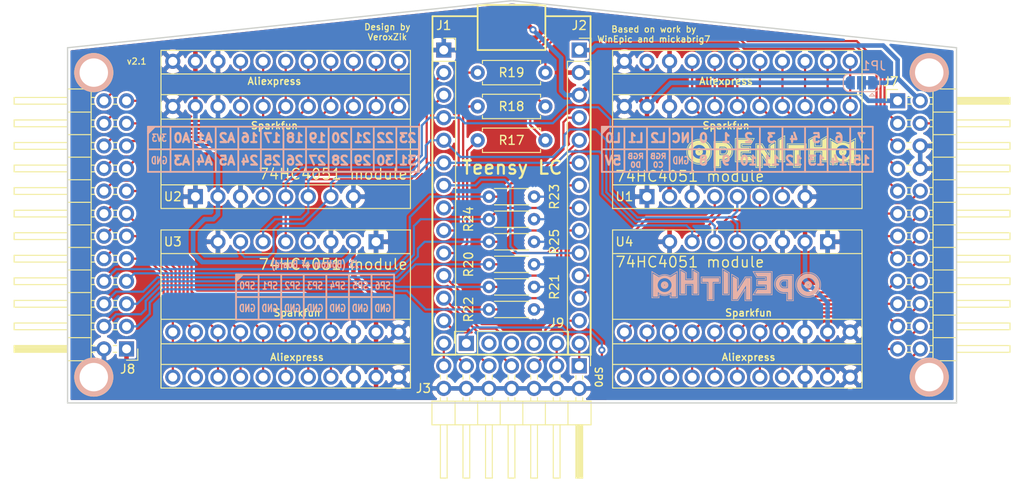
<source format=kicad_pcb>
(kicad_pcb (version 20171130) (host pcbnew "(5.1.6)-1")
  (layers (0 F.Cu signal) (31 B.Cu signal) (34 B.Paste user) (35 F.Paste user) (36 B.SilkS user) (37 F.SilkS user) (38 B.Mask user) (39 F.Mask user) (44 Edge.Cuts user))
  (net 0 "")
  (net 1 /AIR_5)
  (net 2 /AIR_4)
  (net 3 /AIR_3)
  (net 4 /AIR_2)
  (net 5 /AIR_1)
  (net 6 /AIR_0)
  (net 7 /LED_2)
  (net 8 /LED_1)
  (net 9 GND)
  (net 10 /LED_0)
  (net 11 +5V)
  (net 12 /MUX_0)
  (net 13 /MUX_1)
  (net 14 /MUX_2)
  (net 15 /KEY_7)
  (net 16 /KEY_6)
  (net 17 /KEY_5)
  (net 18 /KEY_4)
  (net 19 /KEY_3)
  (net 20 /KEY_2)
  (net 21 /KEY_1)
  (net 22 /KEY_0)
  (net 23 /KEY_8)
  (net 24 /KEY_9)
  (net 25 /KEY_10)
  (net 26 /KEY_11)
  (net 27 /KEY_12)
  (net 28 /KEY_13)
  (net 29 /KEY_14)
  (net 30 /KEY_15)
  (net 31 /RGB_DO)
  (net 32 /LED_2_OUT)
  (net 33 /LED_1_OUT)
  (net 34 /LED_0_OUT)
  (net 35 +3V3)
  (net 36 /TOUCH_1)
  (net 37 /TOUCH_0)
  (net 38 /RGB_DO_BUF)
  (net 39 "Net-(J9-Pad2)")
  (net 40 "Net-(J9-Pad3)")
  (net 41 "Net-(J9-Pad4)")
  (net 42 /TOUCH_2)
  (net 43 /TOUCH_3)
  (net 44 /KEY_23)
  (net 45 /KEY_22)
  (net 46 /KEY_21)
  (net 47 /KEY_20)
  (net 48 /KEY_19)
  (net 49 /KEY_18)
  (net 50 /KEY_17)
  (net 51 /KEY_16)
  (net 52 /KEY_31)
  (net 53 /KEY_30)
  (net 54 /KEY_29)
  (net 55 /KEY_28)
  (net 56 /KEY_27)
  (net 57 /KEY_26)
  (net 58 /KEY_25)
  (net 59 /KEY_24)
  (net 60 /SPARE_3)
  (net 61 /SPARE_2)
  (net 62 /SPARE_1)
  (net 63 /SPARE_0)
  (net 64 /SPARE_5)
  (net 65 /SPARE_4)
  (net 66 /SPARE_6)
  (net 67 VCC)
  (module Jumper:SolderJumper-3_P1.3mm_Bridged12_RoundedPad1.0x1.5mm (layer B.Cu) (at 194.31 51.943 180)
    (fp_text reference JP1 (at -1.397 1.905) (layer B.SilkS) (effects (justify mirror)))
    (fp_text value SolderJumper_3_Bridged12)
    (fp_poly (pts (xy -0.9 0.3) (xy -0.4 0.3) (xy -0.4 -0.3) (xy -0.9 -0.3)) (layer B.Cu) (width 0))
    (pad 1 smd custom (at -1.3 0 180) (size 1 0.5) (layers B.Cu B.Mask) (net 11 +5V) (options (clearance outline) (anchor rect)) (primitives (gr_circle (center 0 -0.25) (end 0.5 -0.25) (width 0)) (gr_circle (center 0 0.25) (end 0.5 0.25) (width 0)) (gr_poly (pts (xy 0.55 0.75) (xy 0 0.75) (xy 0 -0.75) (xy 0.55 -0.75)) (width 0))))
    (pad 2 smd rect (at 0 0 180) (size 1 1.5) (layers B.Cu B.Mask) (net 67 VCC))
    (pad 3 smd custom (at 1.3 0 180) (size 1 0.5) (layers B.Cu B.Mask) (net 35 +3V3) (options (clearance outline) (anchor rect)) (primitives (gr_circle (center 0 -0.25) (end 0.5 -0.25) (width 0)) (gr_circle (center 0 0.25) (end 0.5 0.25) (width 0)) (gr_poly (pts (xy -0.55 0.75) (xy 0 0.75) (xy 0 -0.75) (xy -0.55 -0.75)) (width 0))))
  )
  (module Connector_PinHeader_2.54mm:PinHeader_2x07_P2.54mm_Horizontal (layer F.Cu) (at 162.56 83.82 270)
    (fp_text reference J3 (at 2.54 17.526 180) (layer F.SilkS))
    (fp_text value Conn_02x07_Odd_Even)
    (pad 14 thru_hole oval (at 2.54 15.24 270) (size 1.7 1.7) (drill 1) (layers *.Cu *.Mask) (net 9 GND))
    (pad 13 thru_hole oval (at 0 15.24 270) (size 1.7 1.7) (drill 1) (layers *.Cu *.Mask) (net 66 /SPARE_6))
    (pad 12 thru_hole oval (at 2.54 12.7 270) (size 1.7 1.7) (drill 1) (layers *.Cu *.Mask) (net 9 GND))
    (pad 11 thru_hole oval (at 0 12.7 270) (size 1.7 1.7) (drill 1) (layers *.Cu *.Mask) (net 64 /SPARE_5))
    (pad 10 thru_hole oval (at 2.54 10.16 270) (size 1.7 1.7) (drill 1) (layers *.Cu *.Mask) (net 9 GND))
    (pad 9 thru_hole oval (at 0 10.16 270) (size 1.7 1.7) (drill 1) (layers *.Cu *.Mask) (net 65 /SPARE_4))
    (pad 8 thru_hole oval (at 2.54 7.62 270) (size 1.7 1.7) (drill 1) (layers *.Cu *.Mask) (net 9 GND))
    (pad 7 thru_hole oval (at 0 7.62 270) (size 1.7 1.7) (drill 1) (layers *.Cu *.Mask) (net 60 /SPARE_3))
    (pad 6 thru_hole oval (at 2.54 5.08 270) (size 1.7 1.7) (drill 1) (layers *.Cu *.Mask) (net 9 GND))
    (pad 5 thru_hole oval (at 0 5.08 270) (size 1.7 1.7) (drill 1) (layers *.Cu *.Mask) (net 61 /SPARE_2))
    (pad 4 thru_hole oval (at 2.54 2.54 270) (size 1.7 1.7) (drill 1) (layers *.Cu *.Mask) (net 9 GND))
    (pad 3 thru_hole oval (at 0 2.54 270) (size 1.7 1.7) (drill 1) (layers *.Cu *.Mask) (net 62 /SPARE_1))
    (pad 2 thru_hole oval (at 2.54 0 270) (size 1.7 1.7) (drill 1) (layers *.Cu *.Mask) (net 9 GND))
    (pad 1 thru_hole rect (at 0 0 270) (size 1.7 1.7) (drill 1) (layers *.Cu *.Mask) (net 63 /SPARE_0))
  )
  (module MountingHole:MountingHole_3.2mm_M3_ISO14580 (layer F.Cu) (at 201.93 50.8)
    (fp_text reference H4 hide)
    (fp_text value MountingHole)
    (pad 1 np_thru_hole circle (at 0 0) (size 3.2 3.2) (drill 3.2) (layers *.Cu *.Mask))
  )
  (module MountingHole:MountingHole_3.2mm_M3_ISO14580 (layer F.Cu) (at 201.93 85.09)
    (fp_text reference H3 hide)
    (fp_text value MountingHole)
    (pad 1 np_thru_hole circle (at 0 0) (size 3.2 3.2) (drill 3.2) (layers *.Cu *.Mask))
  )
  (module MountingHole:MountingHole_3.2mm_M3_ISO14580 (layer F.Cu) (at 107.95 50.8)
    (fp_text reference H2 hide)
    (fp_text value MountingHole)
    (pad 1 np_thru_hole circle (at 0 0) (size 3.2 3.2) (drill 3.2) (layers *.Cu *.Mask))
  )
  (module MountingHole:MountingHole_3.2mm_M3_ISO14580 (layer F.Cu) (at 107.95 85.09)
    (fp_text reference H1 hide)
    (fp_text value MountingHole)
    (pad 1 np_thru_hole circle (at 0 0) (size 3.2 3.2) (drill 3.2) (layers *.Cu *.Mask))
  )
  (module OpeNITHM:openithm-logo (layer B.Cu) (at 180.213 74.676 180)
    (fp_text reference LOGO2 hide)
    (fp_text value Logo hide)
  )
  (module OpeNITHM:openithm-logo (layer F.Cu) (at 184.15 59.69)
    (fp_text reference LOGO1 hide)
    (fp_text value Logo hide)
  )
  (module 74HC4051:74HC4051_Sparkfun_Aliexpress (layer F.Cu) (at 193.04 69.85 270)
    (fp_text reference U4 (at 0 25.4 180) (layer F.SilkS))
    (fp_text value 74HC4051)
    (fp_text user Aliexpress (at 13 11.43) (layer F.SilkS) (effects (font (size 0.8 0.8))))
    (fp_text user Sparkfun (at 8 11.43) (layer F.SilkS) (effects (font (size 0.8 0.8))))
    (fp_text user "74HC4051 module" (at 2.286 18.034) (layer F.SilkS) (effects (font (size 1.2 1.2))))
    (pad 17 thru_hole oval (at 15.24 5.08 270) (size 1.7 1.7) (drill 1) (layers *.Cu *.Mask) (net 9 GND))
    (pad 14 thru_hole oval (at 15.24 12.7 270) (size 1.7 1.7) (drill 1) (layers *.Cu *.Mask) (net 16 /KEY_6))
    (pad 16 thru_hole oval (at 15.24 7.62 270) (size 1.7 1.7) (drill 1) (layers *.Cu *.Mask) (net 15 /KEY_7))
    (pad 19 thru_hole circle (at 15.24 0 270) (size 1.7 1.7) (drill 1) (layers *.Cu *.Mask) (net 9 GND))
    (pad 12 thru_hole oval (at 15.24 17.78 270) (size 1.7 1.7) (drill 1) (layers *.Cu *.Mask) (net 17 /KEY_5))
    (pad 11 thru_hole oval (at 15.24 20.32 270) (size 1.7 1.7) (drill 1) (layers *.Cu *.Mask) (net 28 /KEY_13))
    (pad 13 thru_hole oval (at 15.24 15.24 270) (size 1.7 1.7) (drill 1) (layers *.Cu *.Mask) (net 29 /KEY_14))
    (pad 15 thru_hole oval (at 15.24 10.16 270) (size 1.7 1.7) (drill 1) (layers *.Cu *.Mask) (net 30 /KEY_15))
    (pad 10 thru_hole oval (at 15.24 22.86 270) (size 1.7 1.7) (drill 1) (layers *.Cu *.Mask) (net 18 /KEY_4))
    (pad 18 thru_hole oval (at 15.24 2.54 270) (size 1.7 1.7) (drill 1) (layers *.Cu *.Mask) (net 35 +3V3))
    (pad 9 thru_hole oval (at 15.24 25.4 270) (size 1.7 1.7) (drill 1) (layers *.Cu *.Mask) (net 27 /KEY_12))
    (pad 4 thru_hole oval (at 0 10.16 270) (size 1.7 1.7) (drill 1) (layers *.Cu *.Mask) (net 43 /TOUCH_3))
    (pad 3 thru_hole oval (at 0 7.62 270) (size 1.7 1.7) (drill 1) (layers *.Cu *.Mask) (net 9 GND))
    (pad 1 thru_hole rect (at 0 2.54 270) (size 1.7 1.7) (drill 1) (layers *.Cu *.Mask) (net 9 GND))
    (pad 7 thru_hole oval (at 0 17.78 270) (size 1.7 1.7) (drill 1) (layers *.Cu *.Mask) (net 14 /MUX_2))
    (pad 8 thru_hole oval (at 0 20.32 270) (size 1.7 1.7) (drill 1) (layers *.Cu *.Mask) (net 9 GND))
    (pad 2 thru_hole oval (at 0 5.08 270) (size 1.7 1.7) (drill 1) (layers *.Cu *.Mask) (net 35 +3V3))
    (pad 6 thru_hole oval (at 0 15.24 270) (size 1.7 1.7) (drill 1) (layers *.Cu *.Mask) (net 13 /MUX_1))
    (pad 5 thru_hole oval (at 0 12.7 270) (size 1.7 1.7) (drill 1) (layers *.Cu *.Mask) (net 12 /MUX_0))
    (pad 9 thru_hole oval (at 10.16 25.4 270) (size 1.7 1.7) (drill 1) (layers *.Cu *.Mask) (net 27 /KEY_12))
    (pad 10 thru_hole oval (at 10.16 22.86 270) (size 1.7 1.7) (drill 1) (layers *.Cu *.Mask) (net 18 /KEY_4))
    (pad 11 thru_hole oval (at 10.16 20.32 270) (size 1.7 1.7) (drill 1) (layers *.Cu *.Mask) (net 28 /KEY_13))
    (pad 12 thru_hole oval (at 10.16 17.78 270) (size 1.7 1.7) (drill 1) (layers *.Cu *.Mask) (net 17 /KEY_5))
    (pad 13 thru_hole oval (at 10.16 15.24 270) (size 1.7 1.7) (drill 1) (layers *.Cu *.Mask) (net 29 /KEY_14))
    (pad 14 thru_hole oval (at 10.16 12.7 270) (size 1.7 1.7) (drill 1) (layers *.Cu *.Mask) (net 16 /KEY_6))
    (pad 15 thru_hole oval (at 10.16 10.16 270) (size 1.7 1.7) (drill 1) (layers *.Cu *.Mask) (net 30 /KEY_15))
    (pad 16 thru_hole oval (at 10.16 7.62 270) (size 1.7 1.7) (drill 1) (layers *.Cu *.Mask) (net 15 /KEY_7))
    (pad 17 thru_hole oval (at 10.16 5.08 270) (size 1.7 1.7) (drill 1) (layers *.Cu *.Mask) (net 9 GND))
    (pad 18 thru_hole oval (at 10.16 2.54 270) (size 1.7 1.7) (drill 1) (layers *.Cu *.Mask) (net 35 +3V3))
    (pad 19 thru_hole circle (at 10.16 0 270) (size 1.7 1.7) (drill 1) (layers *.Cu *.Mask) (net 9 GND))
  )
  (module 74HC4051:74HC4051_Sparkfun_Aliexpress (layer F.Cu) (at 142.24 69.85 270)
    (fp_text reference U3 (at 0 25.4 180) (layer F.SilkS))
    (fp_text value 74HC4051)
    (fp_text user Aliexpress (at 13 11.43) (layer F.SilkS) (effects (font (size 0.8 0.8))))
    (fp_text user Sparkfun (at 8 11.43) (layer F.SilkS) (effects (font (size 0.8 0.8))))
    (fp_text user "74HC4051 module" (at 2.54 7.366) (layer F.SilkS) (effects (font (size 1.2 1.2))))
    (pad 17 thru_hole oval (at 15.24 5.08 270) (size 1.7 1.7) (drill 1) (layers *.Cu *.Mask) (net 9 GND))
    (pad 14 thru_hole oval (at 15.24 12.7 270) (size 1.7 1.7) (drill 1) (layers *.Cu *.Mask) (net 57 /KEY_26))
    (pad 16 thru_hole oval (at 15.24 7.62 270) (size 1.7 1.7) (drill 1) (layers *.Cu *.Mask) (net 56 /KEY_27))
    (pad 19 thru_hole circle (at 15.24 0 270) (size 1.7 1.7) (drill 1) (layers *.Cu *.Mask) (net 9 GND))
    (pad 12 thru_hole oval (at 15.24 17.78 270) (size 1.7 1.7) (drill 1) (layers *.Cu *.Mask) (net 58 /KEY_25))
    (pad 11 thru_hole oval (at 15.24 20.32 270) (size 1.7 1.7) (drill 1) (layers *.Cu *.Mask) (net 50 /KEY_17))
    (pad 13 thru_hole oval (at 15.24 15.24 270) (size 1.7 1.7) (drill 1) (layers *.Cu *.Mask) (net 49 /KEY_18))
    (pad 15 thru_hole oval (at 15.24 10.16 270) (size 1.7 1.7) (drill 1) (layers *.Cu *.Mask) (net 48 /KEY_19))
    (pad 10 thru_hole oval (at 15.24 22.86 270) (size 1.7 1.7) (drill 1) (layers *.Cu *.Mask) (net 59 /KEY_24))
    (pad 18 thru_hole oval (at 15.24 2.54 270) (size 1.7 1.7) (drill 1) (layers *.Cu *.Mask) (net 35 +3V3))
    (pad 9 thru_hole oval (at 15.24 25.4 270) (size 1.7 1.7) (drill 1) (layers *.Cu *.Mask) (net 51 /KEY_16))
    (pad 4 thru_hole oval (at 0 10.16 270) (size 1.7 1.7) (drill 1) (layers *.Cu *.Mask) (net 42 /TOUCH_2))
    (pad 3 thru_hole oval (at 0 7.62 270) (size 1.7 1.7) (drill 1) (layers *.Cu *.Mask) (net 9 GND))
    (pad 1 thru_hole rect (at 0 2.54 270) (size 1.7 1.7) (drill 1) (layers *.Cu *.Mask) (net 9 GND))
    (pad 7 thru_hole oval (at 0 17.78 270) (size 1.7 1.7) (drill 1) (layers *.Cu *.Mask) (net 14 /MUX_2))
    (pad 8 thru_hole oval (at 0 20.32 270) (size 1.7 1.7) (drill 1) (layers *.Cu *.Mask) (net 9 GND))
    (pad 2 thru_hole oval (at 0 5.08 270) (size 1.7 1.7) (drill 1) (layers *.Cu *.Mask) (net 35 +3V3))
    (pad 6 thru_hole oval (at 0 15.24 270) (size 1.7 1.7) (drill 1) (layers *.Cu *.Mask) (net 13 /MUX_1))
    (pad 5 thru_hole oval (at 0 12.7 270) (size 1.7 1.7) (drill 1) (layers *.Cu *.Mask) (net 12 /MUX_0))
    (pad 9 thru_hole oval (at 10.16 25.4 270) (size 1.7 1.7) (drill 1) (layers *.Cu *.Mask) (net 51 /KEY_16))
    (pad 10 thru_hole oval (at 10.16 22.86 270) (size 1.7 1.7) (drill 1) (layers *.Cu *.Mask) (net 59 /KEY_24))
    (pad 11 thru_hole oval (at 10.16 20.32 270) (size 1.7 1.7) (drill 1) (layers *.Cu *.Mask) (net 50 /KEY_17))
    (pad 12 thru_hole oval (at 10.16 17.78 270) (size 1.7 1.7) (drill 1) (layers *.Cu *.Mask) (net 58 /KEY_25))
    (pad 13 thru_hole oval (at 10.16 15.24 270) (size 1.7 1.7) (drill 1) (layers *.Cu *.Mask) (net 49 /KEY_18))
    (pad 14 thru_hole oval (at 10.16 12.7 270) (size 1.7 1.7) (drill 1) (layers *.Cu *.Mask) (net 57 /KEY_26))
    (pad 15 thru_hole oval (at 10.16 10.16 270) (size 1.7 1.7) (drill 1) (layers *.Cu *.Mask) (net 48 /KEY_19))
    (pad 16 thru_hole oval (at 10.16 7.62 270) (size 1.7 1.7) (drill 1) (layers *.Cu *.Mask) (net 56 /KEY_27))
    (pad 17 thru_hole oval (at 10.16 5.08 270) (size 1.7 1.7) (drill 1) (layers *.Cu *.Mask) (net 9 GND))
    (pad 18 thru_hole oval (at 10.16 2.54 270) (size 1.7 1.7) (drill 1) (layers *.Cu *.Mask) (net 35 +3V3))
    (pad 19 thru_hole circle (at 10.16 0 270) (size 1.7 1.7) (drill 1) (layers *.Cu *.Mask) (net 9 GND))
  )
  (module 74HC4051:74HC4051_Sparkfun_Aliexpress (layer F.Cu) (at 116.84 64.77 90)
    (fp_text reference U2 (at 0 0 180) (layer F.SilkS))
    (fp_text value 74HC4051)
    (fp_text user Aliexpress (at 13 11.43) (layer F.SilkS) (effects (font (size 0.8 0.8))))
    (fp_text user Sparkfun (at 8 11.43) (layer F.SilkS) (effects (font (size 0.8 0.8))))
    (fp_text user "74HC4051 module" (at 2.54 18.034) (layer F.SilkS) (effects (font (size 1.2 1.2))))
    (pad 17 thru_hole oval (at 15.24 5.08 90) (size 1.7 1.7) (drill 1) (layers *.Cu *.Mask) (net 9 GND))
    (pad 14 thru_hole oval (at 15.24 12.7 90) (size 1.7 1.7) (drill 1) (layers *.Cu *.Mask) (net 53 /KEY_30))
    (pad 16 thru_hole oval (at 15.24 7.62 90) (size 1.7 1.7) (drill 1) (layers *.Cu *.Mask) (net 52 /KEY_31))
    (pad 19 thru_hole circle (at 15.24 0 90) (size 1.7 1.7) (drill 1) (layers *.Cu *.Mask) (net 9 GND))
    (pad 12 thru_hole oval (at 15.24 17.78 90) (size 1.7 1.7) (drill 1) (layers *.Cu *.Mask) (net 54 /KEY_29))
    (pad 11 thru_hole oval (at 15.24 20.32 90) (size 1.7 1.7) (drill 1) (layers *.Cu *.Mask) (net 46 /KEY_21))
    (pad 13 thru_hole oval (at 15.24 15.24 90) (size 1.7 1.7) (drill 1) (layers *.Cu *.Mask) (net 45 /KEY_22))
    (pad 15 thru_hole oval (at 15.24 10.16 90) (size 1.7 1.7) (drill 1) (layers *.Cu *.Mask) (net 44 /KEY_23))
    (pad 10 thru_hole oval (at 15.24 22.86 90) (size 1.7 1.7) (drill 1) (layers *.Cu *.Mask) (net 55 /KEY_28))
    (pad 18 thru_hole oval (at 15.24 2.54 90) (size 1.7 1.7) (drill 1) (layers *.Cu *.Mask) (net 35 +3V3))
    (pad 9 thru_hole oval (at 15.24 25.4 90) (size 1.7 1.7) (drill 1) (layers *.Cu *.Mask) (net 47 /KEY_20))
    (pad 4 thru_hole oval (at 0 10.16 90) (size 1.7 1.7) (drill 1) (layers *.Cu *.Mask) (net 36 /TOUCH_1))
    (pad 3 thru_hole oval (at 0 7.62 90) (size 1.7 1.7) (drill 1) (layers *.Cu *.Mask) (net 9 GND))
    (pad 1 thru_hole rect (at 0 2.54 90) (size 1.7 1.7) (drill 1) (layers *.Cu *.Mask) (net 9 GND))
    (pad 7 thru_hole oval (at 0 17.78 90) (size 1.7 1.7) (drill 1) (layers *.Cu *.Mask) (net 14 /MUX_2))
    (pad 8 thru_hole oval (at 0 20.32 90) (size 1.7 1.7) (drill 1) (layers *.Cu *.Mask) (net 9 GND))
    (pad 2 thru_hole oval (at 0 5.08 90) (size 1.7 1.7) (drill 1) (layers *.Cu *.Mask) (net 35 +3V3))
    (pad 6 thru_hole oval (at 0 15.24 90) (size 1.7 1.7) (drill 1) (layers *.Cu *.Mask) (net 13 /MUX_1))
    (pad 5 thru_hole oval (at 0 12.7 90) (size 1.7 1.7) (drill 1) (layers *.Cu *.Mask) (net 12 /MUX_0))
    (pad 9 thru_hole oval (at 10.16 25.4 90) (size 1.7 1.7) (drill 1) (layers *.Cu *.Mask) (net 47 /KEY_20))
    (pad 10 thru_hole oval (at 10.16 22.86 90) (size 1.7 1.7) (drill 1) (layers *.Cu *.Mask) (net 55 /KEY_28))
    (pad 11 thru_hole oval (at 10.16 20.32 90) (size 1.7 1.7) (drill 1) (layers *.Cu *.Mask) (net 46 /KEY_21))
    (pad 12 thru_hole oval (at 10.16 17.78 90) (size 1.7 1.7) (drill 1) (layers *.Cu *.Mask) (net 54 /KEY_29))
    (pad 13 thru_hole oval (at 10.16 15.24 90) (size 1.7 1.7) (drill 1) (layers *.Cu *.Mask) (net 45 /KEY_22))
    (pad 14 thru_hole oval (at 10.16 12.7 90) (size 1.7 1.7) (drill 1) (layers *.Cu *.Mask) (net 53 /KEY_30))
    (pad 15 thru_hole oval (at 10.16 10.16 90) (size 1.7 1.7) (drill 1) (layers *.Cu *.Mask) (net 44 /KEY_23))
    (pad 16 thru_hole oval (at 10.16 7.62 90) (size 1.7 1.7) (drill 1) (layers *.Cu *.Mask) (net 52 /KEY_31))
    (pad 17 thru_hole oval (at 10.16 5.08 90) (size 1.7 1.7) (drill 1) (layers *.Cu *.Mask) (net 9 GND))
    (pad 18 thru_hole oval (at 10.16 2.54 90) (size 1.7 1.7) (drill 1) (layers *.Cu *.Mask) (net 35 +3V3))
    (pad 19 thru_hole circle (at 10.16 0 90) (size 1.7 1.7) (drill 1) (layers *.Cu *.Mask) (net 9 GND))
  )
  (module 74HC4051:74HC4051_Sparkfun_Aliexpress (layer F.Cu) (at 167.64 64.77 90)
    (fp_text reference U1 (at 0 0 180) (layer F.SilkS))
    (fp_text value 74HC4051)
    (fp_text user Aliexpress (at 13 11.43) (layer F.SilkS) (effects (font (size 0.8 0.8))))
    (fp_text user Sparkfun (at 8 11.43) (layer F.SilkS) (effects (font (size 0.8 0.8))))
    (fp_text user "74HC4051 module" (at 2.286 7.366) (layer F.SilkS) (effects (font (size 1.2 1.2))))
    (pad 17 thru_hole oval (at 15.24 5.08 90) (size 1.7 1.7) (drill 1) (layers *.Cu *.Mask) (net 9 GND))
    (pad 14 thru_hole oval (at 15.24 12.7 90) (size 1.7 1.7) (drill 1) (layers *.Cu *.Mask) (net 20 /KEY_2))
    (pad 16 thru_hole oval (at 15.24 7.62 90) (size 1.7 1.7) (drill 1) (layers *.Cu *.Mask) (net 19 /KEY_3))
    (pad 19 thru_hole circle (at 15.24 0 90) (size 1.7 1.7) (drill 1) (layers *.Cu *.Mask) (net 9 GND))
    (pad 12 thru_hole oval (at 15.24 17.78 90) (size 1.7 1.7) (drill 1) (layers *.Cu *.Mask) (net 21 /KEY_1))
    (pad 11 thru_hole oval (at 15.24 20.32 90) (size 1.7 1.7) (drill 1) (layers *.Cu *.Mask) (net 24 /KEY_9))
    (pad 13 thru_hole oval (at 15.24 15.24 90) (size 1.7 1.7) (drill 1) (layers *.Cu *.Mask) (net 25 /KEY_10))
    (pad 15 thru_hole oval (at 15.24 10.16 90) (size 1.7 1.7) (drill 1) (layers *.Cu *.Mask) (net 26 /KEY_11))
    (pad 10 thru_hole oval (at 15.24 22.86 90) (size 1.7 1.7) (drill 1) (layers *.Cu *.Mask) (net 22 /KEY_0))
    (pad 18 thru_hole oval (at 15.24 2.54 90) (size 1.7 1.7) (drill 1) (layers *.Cu *.Mask) (net 35 +3V3))
    (pad 9 thru_hole oval (at 15.24 25.4 90) (size 1.7 1.7) (drill 1) (layers *.Cu *.Mask) (net 23 /KEY_8))
    (pad 4 thru_hole oval (at 0 10.16 90) (size 1.7 1.7) (drill 1) (layers *.Cu *.Mask) (net 37 /TOUCH_0))
    (pad 3 thru_hole oval (at 0 7.62 90) (size 1.7 1.7) (drill 1) (layers *.Cu *.Mask) (net 9 GND))
    (pad 1 thru_hole rect (at 0 2.54 90) (size 1.7 1.7) (drill 1) (layers *.Cu *.Mask) (net 9 GND))
    (pad 7 thru_hole oval (at 0 17.78 90) (size 1.7 1.7) (drill 1) (layers *.Cu *.Mask) (net 14 /MUX_2))
    (pad 8 thru_hole oval (at 0 20.32 90) (size 1.7 1.7) (drill 1) (layers *.Cu *.Mask) (net 9 GND))
    (pad 2 thru_hole oval (at 0 5.08 90) (size 1.7 1.7) (drill 1) (layers *.Cu *.Mask) (net 35 +3V3))
    (pad 6 thru_hole oval (at 0 15.24 90) (size 1.7 1.7) (drill 1) (layers *.Cu *.Mask) (net 13 /MUX_1))
    (pad 5 thru_hole oval (at 0 12.7 90) (size 1.7 1.7) (drill 1) (layers *.Cu *.Mask) (net 12 /MUX_0))
    (pad 9 thru_hole oval (at 10.16 25.4 90) (size 1.7 1.7) (drill 1) (layers *.Cu *.Mask) (net 23 /KEY_8))
    (pad 10 thru_hole oval (at 10.16 22.86 90) (size 1.7 1.7) (drill 1) (layers *.Cu *.Mask) (net 22 /KEY_0))
    (pad 11 thru_hole oval (at 10.16 20.32 90) (size 1.7 1.7) (drill 1) (layers *.Cu *.Mask) (net 24 /KEY_9))
    (pad 12 thru_hole oval (at 10.16 17.78 90) (size 1.7 1.7) (drill 1) (layers *.Cu *.Mask) (net 21 /KEY_1))
    (pad 13 thru_hole oval (at 10.16 15.24 90) (size 1.7 1.7) (drill 1) (layers *.Cu *.Mask) (net 25 /KEY_10))
    (pad 14 thru_hole oval (at 10.16 12.7 90) (size 1.7 1.7) (drill 1) (layers *.Cu *.Mask) (net 20 /KEY_2))
    (pad 15 thru_hole oval (at 10.16 10.16 90) (size 1.7 1.7) (drill 1) (layers *.Cu *.Mask) (net 26 /KEY_11))
    (pad 16 thru_hole oval (at 10.16 7.62 90) (size 1.7 1.7) (drill 1) (layers *.Cu *.Mask) (net 19 /KEY_3))
    (pad 17 thru_hole oval (at 10.16 5.08 90) (size 1.7 1.7) (drill 1) (layers *.Cu *.Mask) (net 9 GND))
    (pad 18 thru_hole oval (at 10.16 2.54 90) (size 1.7 1.7) (drill 1) (layers *.Cu *.Mask) (net 35 +3V3))
    (pad 19 thru_hole circle (at 10.16 0 90) (size 1.7 1.7) (drill 1) (layers *.Cu *.Mask) (net 9 GND))
  )
  (module Connector_PinHeader_2.54mm:PinHeader_2x12_P2.54mm_Horizontal (layer F.Cu) (at 111.633 81.915 180)
    (fp_text reference J8 (at -0.127 -2.27) (layer F.SilkS))
    (fp_text value Conn_02x12_Odd_Even)
    (pad 24 thru_hole oval (at 2.54 27.94 180) (size 1.7 1.7) (drill 1) (layers *.Cu *.Mask) (net 52 /KEY_31))
    (pad 23 thru_hole oval (at 0 27.94 180) (size 1.7 1.7) (drill 1) (layers *.Cu *.Mask) (net 44 /KEY_23))
    (pad 22 thru_hole oval (at 2.54 25.4 180) (size 1.7 1.7) (drill 1) (layers *.Cu *.Mask) (net 53 /KEY_30))
    (pad 21 thru_hole oval (at 0 25.4 180) (size 1.7 1.7) (drill 1) (layers *.Cu *.Mask) (net 45 /KEY_22))
    (pad 20 thru_hole oval (at 2.54 22.86 180) (size 1.7 1.7) (drill 1) (layers *.Cu *.Mask) (net 54 /KEY_29))
    (pad 19 thru_hole oval (at 0 22.86 180) (size 1.7 1.7) (drill 1) (layers *.Cu *.Mask) (net 46 /KEY_21))
    (pad 18 thru_hole oval (at 2.54 20.32 180) (size 1.7 1.7) (drill 1) (layers *.Cu *.Mask) (net 55 /KEY_28))
    (pad 17 thru_hole oval (at 0 20.32 180) (size 1.7 1.7) (drill 1) (layers *.Cu *.Mask) (net 47 /KEY_20))
    (pad 16 thru_hole oval (at 2.54 17.78 180) (size 1.7 1.7) (drill 1) (layers *.Cu *.Mask) (net 56 /KEY_27))
    (pad 15 thru_hole oval (at 0 17.78 180) (size 1.7 1.7) (drill 1) (layers *.Cu *.Mask) (net 48 /KEY_19))
    (pad 14 thru_hole oval (at 2.54 15.24 180) (size 1.7 1.7) (drill 1) (layers *.Cu *.Mask) (net 57 /KEY_26))
    (pad 13 thru_hole oval (at 0 15.24 180) (size 1.7 1.7) (drill 1) (layers *.Cu *.Mask) (net 49 /KEY_18))
    (pad 12 thru_hole oval (at 2.54 12.7 180) (size 1.7 1.7) (drill 1) (layers *.Cu *.Mask) (net 58 /KEY_25))
    (pad 11 thru_hole oval (at 0 12.7 180) (size 1.7 1.7) (drill 1) (layers *.Cu *.Mask) (net 50 /KEY_17))
    (pad 10 thru_hole oval (at 2.54 10.16 180) (size 1.7 1.7) (drill 1) (layers *.Cu *.Mask) (net 59 /KEY_24))
    (pad 9 thru_hole oval (at 0 10.16 180) (size 1.7 1.7) (drill 1) (layers *.Cu *.Mask) (net 51 /KEY_16))
    (pad 8 thru_hole oval (at 2.54 7.62 180) (size 1.7 1.7) (drill 1) (layers *.Cu *.Mask) (net 1 /AIR_5))
    (pad 7 thru_hole oval (at 0 7.62 180) (size 1.7 1.7) (drill 1) (layers *.Cu *.Mask) (net 4 /AIR_2))
    (pad 6 thru_hole oval (at 2.54 5.08 180) (size 1.7 1.7) (drill 1) (layers *.Cu *.Mask) (net 2 /AIR_4))
    (pad 5 thru_hole oval (at 0 5.08 180) (size 1.7 1.7) (drill 1) (layers *.Cu *.Mask) (net 5 /AIR_1))
    (pad 4 thru_hole oval (at 2.54 2.54 180) (size 1.7 1.7) (drill 1) (layers *.Cu *.Mask) (net 3 /AIR_3))
    (pad 3 thru_hole oval (at 0 2.54 180) (size 1.7 1.7) (drill 1) (layers *.Cu *.Mask) (net 6 /AIR_0))
    (pad 2 thru_hole oval (at 2.54 0 180) (size 1.7 1.7) (drill 1) (layers *.Cu *.Mask) (net 9 GND))
    (pad 1 thru_hole rect (at 0 0 180) (size 1.7 1.7) (drill 1) (layers *.Cu *.Mask) (net 35 +3V3))
  )
  (module Connector_PinHeader_2.54mm:PinHeader_2x12_P2.54mm_Horizontal (layer F.Cu) (at 198.374 53.975)
    (fp_text reference J7 (at -0.762 -2.159) (layer F.SilkS))
    (fp_text value Conn_02x12_Odd_Even)
    (pad 24 thru_hole oval (at 2.54 27.94) (size 1.7 1.7) (drill 1) (layers *.Cu *.Mask) (net 15 /KEY_7))
    (pad 23 thru_hole oval (at 0 27.94) (size 1.7 1.7) (drill 1) (layers *.Cu *.Mask) (net 30 /KEY_15))
    (pad 22 thru_hole oval (at 2.54 25.4) (size 1.7 1.7) (drill 1) (layers *.Cu *.Mask) (net 16 /KEY_6))
    (pad 21 thru_hole oval (at 0 25.4) (size 1.7 1.7) (drill 1) (layers *.Cu *.Mask) (net 29 /KEY_14))
    (pad 20 thru_hole oval (at 2.54 22.86) (size 1.7 1.7) (drill 1) (layers *.Cu *.Mask) (net 17 /KEY_5))
    (pad 19 thru_hole oval (at 0 22.86) (size 1.7 1.7) (drill 1) (layers *.Cu *.Mask) (net 28 /KEY_13))
    (pad 18 thru_hole oval (at 2.54 20.32) (size 1.7 1.7) (drill 1) (layers *.Cu *.Mask) (net 18 /KEY_4))
    (pad 17 thru_hole oval (at 0 20.32) (size 1.7 1.7) (drill 1) (layers *.Cu *.Mask) (net 27 /KEY_12))
    (pad 16 thru_hole oval (at 2.54 17.78) (size 1.7 1.7) (drill 1) (layers *.Cu *.Mask) (net 19 /KEY_3))
    (pad 15 thru_hole oval (at 0 17.78) (size 1.7 1.7) (drill 1) (layers *.Cu *.Mask) (net 26 /KEY_11))
    (pad 14 thru_hole oval (at 2.54 15.24) (size 1.7 1.7) (drill 1) (layers *.Cu *.Mask) (net 20 /KEY_2))
    (pad 13 thru_hole oval (at 0 15.24) (size 1.7 1.7) (drill 1) (layers *.Cu *.Mask) (net 25 /KEY_10))
    (pad 12 thru_hole oval (at 2.54 12.7) (size 1.7 1.7) (drill 1) (layers *.Cu *.Mask) (net 21 /KEY_1))
    (pad 11 thru_hole oval (at 0 12.7) (size 1.7 1.7) (drill 1) (layers *.Cu *.Mask) (net 24 /KEY_9))
    (pad 10 thru_hole oval (at 2.54 10.16) (size 1.7 1.7) (drill 1) (layers *.Cu *.Mask) (net 22 /KEY_0))
    (pad 9 thru_hole oval (at 0 10.16) (size 1.7 1.7) (drill 1) (layers *.Cu *.Mask) (net 23 /KEY_8))
    (pad 8 thru_hole oval (at 2.54 7.62) (size 1.7 1.7) (drill 1) (layers *.Cu *.Mask) (net 9 GND))
    (pad 7 thru_hole oval (at 0 7.62) (size 1.7 1.7) (drill 1) (layers *.Cu *.Mask) (net 32 /LED_2_OUT))
    (pad 6 thru_hole oval (at 2.54 5.08) (size 1.7 1.7) (drill 1) (layers *.Cu *.Mask) (net 9 GND))
    (pad 5 thru_hole oval (at 0 5.08) (size 1.7 1.7) (drill 1) (layers *.Cu *.Mask) (net 33 /LED_1_OUT))
    (pad 4 thru_hole oval (at 2.54 2.54) (size 1.7 1.7) (drill 1) (layers *.Cu *.Mask) (net 38 /RGB_DO_BUF))
    (pad 3 thru_hole oval (at 0 2.54) (size 1.7 1.7) (drill 1) (layers *.Cu *.Mask) (net 34 /LED_0_OUT))
    (pad 2 thru_hole oval (at 2.54 0) (size 1.7 1.7) (drill 1) (layers *.Cu *.Mask) (net 11 +5V))
    (pad 1 thru_hole rect (at 0 0) (size 1.7 1.7) (drill 1) (layers *.Cu *.Mask) (net 67 VCC))
  )
  (module Resistor_THT:R_Axial_DIN0207_L6.3mm_D2.5mm_P7.62mm_Horizontal (layer F.Cu) (at 158.75 50.8 180)
    (fp_text reference R19 (at 3.81 0) (layer F.SilkS))
    (fp_text value 33)
    (pad 1 thru_hole circle (at 0 0 180) (size 1.6 1.6) (drill 0.8) (layers *.Cu *.Mask) (net 32 /LED_2_OUT))
    (pad 2 thru_hole oval (at 7.62 0 180) (size 1.6 1.6) (drill 0.8) (layers *.Cu *.Mask) (net 7 /LED_2))
  )
  (module Resistor_THT:R_Axial_DIN0207_L6.3mm_D2.5mm_P7.62mm_Horizontal (layer F.Cu) (at 158.75 54.61 180)
    (fp_text reference R18 (at 3.81 0) (layer F.SilkS))
    (fp_text value 33)
    (pad 2 thru_hole oval (at 7.62 0 180) (size 1.6 1.6) (drill 0.8) (layers *.Cu *.Mask) (net 8 /LED_1))
    (pad 1 thru_hole circle (at 0 0 180) (size 1.6 1.6) (drill 0.8) (layers *.Cu *.Mask) (net 33 /LED_1_OUT))
  )
  (module Resistor_THT:R_Axial_DIN0207_L6.3mm_D2.5mm_P7.62mm_Horizontal (layer F.Cu) (at 158.75 58.42 180)
    (fp_text reference R17 (at 3.81 0) (layer F.SilkS))
    (fp_text value 33)
    (pad 1 thru_hole circle (at 0 0 180) (size 1.6 1.6) (drill 0.8) (layers *.Cu *.Mask) (net 34 /LED_0_OUT))
    (pad 2 thru_hole oval (at 7.62 0 180) (size 1.6 1.6) (drill 0.8) (layers *.Cu *.Mask) (net 10 /LED_0))
  )
  (module Connector_PinSocket_2.54mm:PinSocket_1x05_P2.54mm_Vertical (layer F.Cu) (at 149.86 81.28 90)
    (fp_text reference J9 (at 2.286 10.16 180) (layer F.SilkS))
    (fp_text value Conn_01x05)
    (pad 1 thru_hole rect (at 0 0 90) (size 1.7 1.7) (drill 1) (layers *.Cu *.Mask) (net 38 /RGB_DO_BUF))
    (pad 2 thru_hole oval (at 0 2.54 90) (size 1.7 1.7) (drill 1) (layers *.Cu *.Mask) (net 39 "Net-(J9-Pad2)"))
    (pad 3 thru_hole oval (at 0 5.08 90) (size 1.7 1.7) (drill 1) (layers *.Cu *.Mask) (net 40 "Net-(J9-Pad3)"))
    (pad 4 thru_hole oval (at 0 7.62 90) (size 1.7 1.7) (drill 1) (layers *.Cu *.Mask) (net 41 "Net-(J9-Pad4)"))
    (pad 5 thru_hole oval (at 0 10.16 90) (size 1.7 1.7) (drill 1) (layers *.Cu *.Mask) (net 62 /SPARE_1))
  )
  (module Connector_PinSocket_2.54mm:PinSocket_1x14_P2.54mm_Vertical (layer F.Cu) (at 162.56 48.26)
    (fp_text reference J2 (at 0 -2.77) (layer F.SilkS))
    (fp_text value Conn_01x14)
    (pad 14 thru_hole oval (at 0 33.02) (size 1.7 1.7) (drill 1) (layers *.Cu *.Mask) (net 63 /SPARE_0))
    (pad 13 thru_hole oval (at 0 30.48) (size 1.7 1.7) (drill 1) (layers *.Cu *.Mask) (net 61 /SPARE_2))
    (pad 12 thru_hole oval (at 0 27.94) (size 1.7 1.7) (drill 1) (layers *.Cu *.Mask) (net 43 /TOUCH_3))
    (pad 11 thru_hole oval (at 0 25.4) (size 1.7 1.7) (drill 1) (layers *.Cu *.Mask) (net 37 /TOUCH_0))
    (pad 10 thru_hole oval (at 0 22.86) (size 1.7 1.7) (drill 1) (layers *.Cu *.Mask) (net 31 /RGB_DO))
    (pad 9 thru_hole oval (at 0 20.32) (size 1.7 1.7) (drill 1) (layers *.Cu *.Mask) (net 6 /AIR_0))
    (pad 8 thru_hole oval (at 0 17.78) (size 1.7 1.7) (drill 1) (layers *.Cu *.Mask) (net 3 /AIR_3))
    (pad 7 thru_hole oval (at 0 15.24) (size 1.7 1.7) (drill 1) (layers *.Cu *.Mask) (net 5 /AIR_1))
    (pad 6 thru_hole oval (at 0 12.7) (size 1.7 1.7) (drill 1) (layers *.Cu *.Mask) (net 2 /AIR_4))
    (pad 5 thru_hole oval (at 0 10.16) (size 1.7 1.7) (drill 1) (layers *.Cu *.Mask) (net 4 /AIR_2))
    (pad 4 thru_hole oval (at 0 7.62) (size 1.7 1.7) (drill 1) (layers *.Cu *.Mask) (net 1 /AIR_5))
    (pad 3 thru_hole oval (at 0 5.08) (size 1.7 1.7) (drill 1) (layers *.Cu *.Mask) (net 35 +3V3))
    (pad 2 thru_hole oval (at 0 2.54) (size 1.7 1.7) (drill 1) (layers *.Cu *.Mask) (net 9 GND))
    (pad 1 thru_hole rect (at 0 0) (size 1.7 1.7) (drill 1) (layers *.Cu *.Mask) (net 11 +5V))
  )
  (module Connector_PinSocket_2.54mm:PinSocket_1x14_P2.54mm_Vertical (layer F.Cu) (at 147.32 48.26)
    (fp_text reference J1 (at 0 -2.77) (layer F.SilkS))
    (fp_text value Conn_01x14)
    (pad 14 thru_hole oval (at 0 33.02) (size 1.7 1.7) (drill 1) (layers *.Cu *.Mask) (net 66 /SPARE_6))
    (pad 13 thru_hole oval (at 0 30.48) (size 1.7 1.7) (drill 1) (layers *.Cu *.Mask) (net 64 /SPARE_5))
    (pad 12 thru_hole oval (at 0 27.94) (size 1.7 1.7) (drill 1) (layers *.Cu *.Mask) (net 65 /SPARE_4))
    (pad 11 thru_hole oval (at 0 25.4) (size 1.7 1.7) (drill 1) (layers *.Cu *.Mask) (net 60 /SPARE_3))
    (pad 10 thru_hole oval (at 0 22.86) (size 1.7 1.7) (drill 1) (layers *.Cu *.Mask) (net 10 /LED_0))
    (pad 9 thru_hole oval (at 0 20.32) (size 1.7 1.7) (drill 1) (layers *.Cu *.Mask) (net 8 /LED_1))
    (pad 8 thru_hole oval (at 0 17.78) (size 1.7 1.7) (drill 1) (layers *.Cu *.Mask) (net 7 /LED_2))
    (pad 7 thru_hole oval (at 0 15.24) (size 1.7 1.7) (drill 1) (layers *.Cu *.Mask) (net 31 /RGB_DO))
    (pad 6 thru_hole oval (at 0 12.7) (size 1.7 1.7) (drill 1) (layers *.Cu *.Mask) (net 14 /MUX_2))
    (pad 5 thru_hole oval (at 0 10.16) (size 1.7 1.7) (drill 1) (layers *.Cu *.Mask) (net 13 /MUX_1))
    (pad 4 thru_hole oval (at 0 7.62) (size 1.7 1.7) (drill 1) (layers *.Cu *.Mask) (net 12 /MUX_0))
    (pad 3 thru_hole oval (at 0 5.08) (size 1.7 1.7) (drill 1) (layers *.Cu *.Mask) (net 42 /TOUCH_2))
    (pad 2 thru_hole oval (at 0 2.54) (size 1.7 1.7) (drill 1) (layers *.Cu *.Mask) (net 36 /TOUCH_1))
    (pad 1 thru_hole rect (at 0 0) (size 1.7 1.7) (drill 1) (layers *.Cu *.Mask) (net 9 GND))
  )
  (module Resistor_THT:R_Axial_DIN0204_L3.6mm_D1.6mm_P5.08mm_Horizontal (layer F.Cu) (at 152.4 77.47)
    (fp_text reference R22 (at -2.286 0 90) (layer F.SilkS))
    (fp_text value R_AIR)
    (pad 2 thru_hole oval (at 5.08 0) (size 1.4 1.4) (drill 0.7) (layers *.Cu *.Mask) (net 9 GND))
    (pad 1 thru_hole circle (at 0 0) (size 1.4 1.4) (drill 0.7) (layers *.Cu *.Mask) (net 6 /AIR_0))
  )
  (module Resistor_THT:R_Axial_DIN0204_L3.6mm_D1.6mm_P5.08mm_Horizontal (layer F.Cu) (at 152.4 72.39)
    (fp_text reference R20 (at -2.286 0 90) (layer F.SilkS))
    (fp_text value R_AIR)
    (pad 2 thru_hole oval (at 5.08 0) (size 1.4 1.4) (drill 0.7) (layers *.Cu *.Mask) (net 9 GND))
    (pad 1 thru_hole circle (at 0 0) (size 1.4 1.4) (drill 0.7) (layers *.Cu *.Mask) (net 5 /AIR_1))
  )
  (module Resistor_THT:R_Axial_DIN0204_L3.6mm_D1.6mm_P5.08mm_Horizontal (layer F.Cu) (at 152.4 67.31)
    (fp_text reference R24 (at -2.286 0 90) (layer F.SilkS))
    (fp_text value R_AIR)
    (pad 1 thru_hole circle (at 0 0) (size 1.4 1.4) (drill 0.7) (layers *.Cu *.Mask) (net 4 /AIR_2))
    (pad 2 thru_hole oval (at 5.08 0) (size 1.4 1.4) (drill 0.7) (layers *.Cu *.Mask) (net 9 GND))
  )
  (module Resistor_THT:R_Axial_DIN0204_L3.6mm_D1.6mm_P5.08mm_Horizontal (layer F.Cu) (at 152.4 74.93)
    (fp_text reference R21 (at 7.366 0 90) (layer F.SilkS))
    (fp_text value R_AIR)
    (pad 2 thru_hole oval (at 5.08 0) (size 1.4 1.4) (drill 0.7) (layers *.Cu *.Mask) (net 9 GND))
    (pad 1 thru_hole circle (at 0 0) (size 1.4 1.4) (drill 0.7) (layers *.Cu *.Mask) (net 3 /AIR_3))
  )
  (module Resistor_THT:R_Axial_DIN0204_L3.6mm_D1.6mm_P5.08mm_Horizontal (layer F.Cu) (at 152.4 69.85)
    (fp_text reference R25 (at 7.366 0 90) (layer F.SilkS))
    (fp_text value R_AIR)
    (pad 1 thru_hole circle (at 0 0) (size 1.4 1.4) (drill 0.7) (layers *.Cu *.Mask) (net 2 /AIR_4))
    (pad 2 thru_hole oval (at 5.08 0) (size 1.4 1.4) (drill 0.7) (layers *.Cu *.Mask) (net 9 GND))
  )
  (module Resistor_THT:R_Axial_DIN0204_L3.6mm_D1.6mm_P5.08mm_Horizontal (layer F.Cu) (at 152.4 64.77)
    (fp_text reference R23 (at 7.366 0 90) (layer F.SilkS))
    (fp_text value R_AIR)
    (pad 2 thru_hole oval (at 5.08 0) (size 1.4 1.4) (drill 0.7) (layers *.Cu *.Mask) (net 9 GND))
    (pad 1 thru_hole circle (at 0 0) (size 1.4 1.4) (drill 0.7) (layers *.Cu *.Mask) (net 1 /AIR_5))
  )
  (gr_text SP0 (at 164.719 85.09 270) (layer F.SilkS) (effects (font (size 0.8 0.8))))
  (gr_text "J3 (Bottom of Board)" (at 132.842 72.39) (layer B.SilkS) (effects (font (size 0.8 0.6)) (justify mirror)))
  (gr_text SP6 (at 140.462 74.803) (layer B.SilkS) (effects (font (size 0.8 0.6)) (justify mirror)))
  (gr_text GND (at 140.462 77.343) (layer B.SilkS) (effects (font (size 0.8 0.6)) (justify mirror)))
  (gr_text SP5 (at 137.922 74.803) (layer B.SilkS) (effects (font (size 0.8 0.6)) (justify mirror)))
  (gr_text GND (at 137.922 77.343) (layer B.SilkS) (effects (font (size 0.8 0.6)) (justify mirror)))
  (gr_text SP4 (at 135.382 74.803) (layer B.SilkS) (effects (font (size 0.8 0.6)) (justify mirror)))
  (gr_text GND (at 135.382 77.343) (layer B.SilkS) (effects (font (size 0.8 0.6)) (justify mirror)))
  (gr_text SP3 (at 132.842 74.803) (layer B.SilkS) (effects (font (size 0.8 0.6)) (justify mirror)))
  (gr_text GND (at 132.842 77.343) (layer B.SilkS) (effects (font (size 0.8 0.6)) (justify mirror)))
  (gr_text SP2 (at 130.302 74.803) (layer B.SilkS) (effects (font (size 0.8 0.6)) (justify mirror)))
  (gr_text GND (at 130.302 77.343) (layer B.SilkS) (effects (font (size 0.8 0.6)) (justify mirror)))
  (gr_text SP1 (at 127.762 74.803) (layer B.SilkS) (effects (font (size 0.8 0.6)) (justify mirror)))
  (gr_text GND (at 127.762 77.343) (layer B.SilkS) (effects (font (size 0.8 0.6)) (justify mirror)))
  (gr_text SP0 (at 125.222 74.803) (layer B.SilkS) (effects (font (size 0.8 0.6)) (justify mirror)))
  (gr_text GND (at 125.222 77.343) (layer B.SilkS) (effects (font (size 0.8 0.6)) (justify mirror)))
  (gr_line (start 136.652 78.613) (end 136.652 73.533) (layer B.SilkS) (width 0.2))
  (gr_line (start 123.952 74.295) (end 124.46 73.533) (layer B.SilkS) (width 0.2))
  (gr_line (start 131.572 73.533) (end 131.572 78.613) (layer B.SilkS) (width 0.2))
  (gr_line (start 126.492 73.533) (end 126.492 78.613) (layer B.SilkS) (width 0.2))
  (gr_line (start 124.714 73.533) (end 123.952 74.295) (layer B.SilkS) (width 0.2))
  (gr_line (start 129.032 78.613) (end 129.032 73.533) (layer B.SilkS) (width 0.2))
  (gr_line (start 123.952 74.041) (end 124.206 73.533) (layer B.SilkS) (width 0.2))
  (gr_line (start 123.952 78.613) (end 123.952 73.533) (layer B.SilkS) (width 0.2))
  (gr_line (start 141.732 78.613) (end 141.732 73.533) (layer B.SilkS) (width 0.2))
  (gr_line (start 141.732 76.073) (end 123.952 76.073) (layer B.SilkS) (width 0.2))
  (gr_line (start 134.112 78.613) (end 134.112 73.533) (layer B.SilkS) (width 0.2))
  (gr_line (start 139.192 78.613) (end 139.192 73.533) (layer B.SilkS) (width 0.2))
  (gr_line (start 124.46 73.533) (end 123.952 74.041) (layer B.SilkS) (width 0.2))
  (gr_line (start 141.732 73.533) (end 123.952 73.533) (layer B.SilkS) (width 0.2))
  (gr_line (start 141.732 78.613) (end 123.952 78.613) (layer B.SilkS) (width 0.2))
  (gr_text "RGB\nD0" (at 168.91 60.706) (layer B.SilkS) (effects (font (size 0.6 0.6)) (justify mirror)))
  (gr_text "RGB\nC0" (at 171.45 60.706) (layer B.SilkS) (effects (font (size 0.6 0.6)) (justify mirror)))
  (gr_text 10 (at 181.61 60.706) (layer B.SilkS) (effects (font (size 1 1) (thickness 0.25)) (justify mirror)))
  (gr_text 11 (at 184.15 60.706) (layer B.SilkS) (effects (font (size 1 1) (thickness 0.25)) (justify mirror)))
  (gr_text 8 (at 176.53 60.706) (layer B.SilkS) (effects (font (size 1 1) (thickness 0.25)) (justify mirror)))
  (gr_text 9 (at 179.07 60.706) (layer B.SilkS) (effects (font (size 1 1) (thickness 0.25)) (justify mirror)))
  (gr_text 14 (at 191.77 60.706) (layer B.SilkS) (effects (font (size 1 1) (thickness 0.25)) (justify mirror)))
  (gr_text 13 (at 189.23 60.706) (layer B.SilkS) (effects (font (size 1 1) (thickness 0.25)) (justify mirror)))
  (gr_text 12 (at 186.69 60.706) (layer B.SilkS) (effects (font (size 1 1) (thickness 0.25)) (justify mirror)))
  (gr_text 15 (at 194.31 60.706) (layer B.SilkS) (effects (font (size 1 1) (thickness 0.25)) (justify mirror)))
  (gr_text 5V (at 166.37 60.706) (layer B.SilkS) (effects (font (size 1 1) (thickness 0.25)) (justify mirror)))
  (gr_line (start 144.526 61.976) (end 144.526 56.896) (layer B.SilkS) (width 0.2))
  (gr_text 26 (at 130.556 60.706) (layer B.SilkS) (effects (font (size 1 1) (thickness 0.25)) (justify mirror)))
  (gr_text 29 (at 138.176 60.706) (layer B.SilkS) (effects (font (size 1 1) (thickness 0.25)) (justify mirror)))
  (gr_text 25 (at 128.016 60.706) (layer B.SilkS) (effects (font (size 1 1) (thickness 0.25)) (justify mirror)))
  (gr_text 27 (at 133.096 60.706) (layer B.SilkS) (effects (font (size 1 1) (thickness 0.25)) (justify mirror)))
  (gr_text 24 (at 125.476 60.706) (layer B.SilkS) (effects (font (size 1 1) (thickness 0.25)) (justify mirror)))
  (gr_text 28 (at 135.636 60.706) (layer B.SilkS) (effects (font (size 1 1) (thickness 0.25)) (justify mirror)))
  (gr_text 31 (at 143.256 60.706) (layer B.SilkS) (effects (font (size 1 1) (thickness 0.25)) (justify mirror)))
  (gr_text 30 (at 140.716 60.706) (layer B.SilkS) (effects (font (size 1 1) (thickness 0.25)) (justify mirror)))
  (gr_text 22 (at 140.716 58.166) (layer B.SilkS) (effects (font (size 1 1) (thickness 0.25)) (justify mirror)))
  (gr_text 23 (at 143.256 58.166) (layer B.SilkS) (effects (font (size 1 1) (thickness 0.25)) (justify mirror)))
  (gr_text 3V3 (at 115.316 58.166) (layer B.SilkS) (effects (font (size 0.8 0.6)) (justify mirror)))
  (gr_text GND (at 115.316 60.706) (layer B.SilkS) (effects (font (size 0.8 0.6)) (justify mirror)))
  (gr_line (start 144.526 61.976) (end 114.046 61.976) (layer B.SilkS) (width 0.2))
  (gr_line (start 195.58 61.976) (end 165.1 61.976) (layer B.SilkS) (width 0.2))
  (gr_text 16 (at 125.476 58.166) (layer B.SilkS) (effects (font (size 1 1) (thickness 0.25)) (justify mirror)))
  (gr_text A3 (at 117.856 60.706) (layer B.SilkS) (effects (font (size 1 1) (thickness 0.25)) (justify mirror)))
  (gr_text A0 (at 117.856 58.166) (layer B.SilkS) (effects (font (size 1 1) (thickness 0.25)) (justify mirror)))
  (gr_text A2 (at 122.936 58.166) (layer B.SilkS) (effects (font (size 1 1) (thickness 0.25)) (justify mirror)))
  (gr_text A1 (at 120.396 58.166) (layer B.SilkS) (effects (font (size 1 1) (thickness 0.25)) (justify mirror)))
  (gr_text A4 (at 120.396 60.706) (layer B.SilkS) (effects (font (size 1 1) (thickness 0.25)) (justify mirror)))
  (gr_text A5 (at 122.936 60.706) (layer B.SilkS) (effects (font (size 1 1) (thickness 0.25)) (justify mirror)))
  (gr_text 21 (at 138.176 58.166) (layer B.SilkS) (effects (font (size 1 1) (thickness 0.25)) (justify mirror)))
  (gr_text 19 (at 133.096 58.166) (layer B.SilkS) (effects (font (size 1 1) (thickness 0.25)) (justify mirror)))
  (gr_text 18 (at 130.556 58.166) (layer B.SilkS) (effects (font (size 1 1) (thickness 0.25)) (justify mirror)))
  (gr_text 17 (at 128.016 58.166) (layer B.SilkS) (effects (font (size 1 1) (thickness 0.25)) (justify mirror)))
  (gr_text 20 (at 135.636 58.166) (layer B.SilkS) (effects (font (size 1 1) (thickness 0.25)) (justify mirror)))
  (gr_line (start 144.526 59.436) (end 114.046 59.436) (layer B.SilkS) (width 0.2))
  (gr_line (start 126.746 61.976) (end 126.746 56.896) (layer B.SilkS) (width 0.2))
  (gr_line (start 134.366 61.976) (end 134.366 56.896) (layer B.SilkS) (width 0.2))
  (gr_line (start 121.666 56.896) (end 121.666 61.976) (layer B.SilkS) (width 0.2))
  (gr_line (start 129.286 61.976) (end 129.286 56.896) (layer B.SilkS) (width 0.2))
  (gr_line (start 114.046 61.976) (end 114.046 56.896) (layer B.SilkS) (width 0.2))
  (gr_line (start 144.526 56.896) (end 114.046 56.896) (layer B.SilkS) (width 0.2))
  (gr_line (start 124.206 61.976) (end 124.206 56.896) (layer B.SilkS) (width 0.2))
  (gr_line (start 131.826 61.976) (end 131.826 56.896) (layer B.SilkS) (width 0.2))
  (gr_line (start 114.046 57.404) (end 114.3 56.896) (layer B.SilkS) (width 0.2))
  (gr_line (start 114.046 57.658) (end 114.554 56.896) (layer B.SilkS) (width 0.2))
  (gr_line (start 114.808 56.896) (end 114.046 57.658) (layer B.SilkS) (width 0.2))
  (gr_line (start 119.126 61.976) (end 119.126 56.896) (layer B.SilkS) (width 0.2))
  (gr_line (start 114.554 56.896) (end 114.046 57.404) (layer B.SilkS) (width 0.2))
  (gr_line (start 116.586 56.896) (end 116.586 61.976) (layer B.SilkS) (width 0.2))
  (gr_line (start 141.986 61.976) (end 141.986 56.896) (layer B.SilkS) (width 0.2))
  (gr_line (start 136.906 61.976) (end 136.906 56.896) (layer B.SilkS) (width 0.2))
  (gr_line (start 139.446 61.976) (end 139.446 56.896) (layer B.SilkS) (width 0.2))
  (gr_text 4 (at 186.69 58.166) (layer B.SilkS) (effects (font (size 1 1) (thickness 0.25)) (justify mirror)))
  (gr_text 6 (at 191.77 58.166) (layer B.SilkS) (effects (font (size 1 1) (thickness 0.25)) (justify mirror)))
  (gr_text 7 (at 194.31 58.166) (layer B.SilkS) (effects (font (size 1 1) (thickness 0.25)) (justify mirror)))
  (gr_text 5 (at 189.23 58.166) (layer B.SilkS) (effects (font (size 1 1) (thickness 0.25)) (justify mirror)))
  (gr_line (start 187.96 61.976) (end 187.96 56.896) (layer B.SilkS) (width 0.2))
  (gr_line (start 195.58 61.976) (end 195.58 56.896) (layer B.SilkS) (width 0.2))
  (gr_line (start 190.5 61.976) (end 190.5 56.896) (layer B.SilkS) (width 0.2))
  (gr_line (start 193.04 61.976) (end 193.04 56.896) (layer B.SilkS) (width 0.2))
  (gr_text v2.1 (at 112.776 49.53) (layer F.SilkS) (effects (font (size 0.7 0.7) (thickness 0.125))))
  (gr_text GND (at 173.99 60.706) (layer B.SilkS) (effects (font (size 0.8 0.6)) (justify mirror)))
  (gr_text L0 (at 166.37 58.166) (layer B.SilkS) (effects (font (size 1 1) (thickness 0.25)) (justify mirror)))
  (gr_text 3 (at 184.15 58.166) (layer B.SilkS) (effects (font (size 1 1) (thickness 0.25)) (justify mirror)))
  (gr_text 1 (at 179.07 58.166) (layer B.SilkS) (effects (font (size 1 1) (thickness 0.25)) (justify mirror)))
  (gr_text NC (at 173.99 58.166) (layer B.SilkS) (effects (font (size 1 1) (thickness 0.25)) (justify mirror)))
  (gr_text 0 (at 176.53 58.166) (layer B.SilkS) (effects (font (size 1 1) (thickness 0.25)) (justify mirror)))
  (gr_text L2 (at 171.45 58.166) (layer B.SilkS) (effects (font (size 1 1) (thickness 0.25)) (justify mirror)))
  (gr_text L1 (at 168.91 58.166) (layer B.SilkS) (effects (font (size 1 1) (thickness 0.25)) (justify mirror)))
  (gr_text 2 (at 181.61 58.166) (layer B.SilkS) (effects (font (size 1 1) (thickness 0.25)) (justify mirror)))
  (gr_line (start 195.58 56.896) (end 165.1 56.896) (layer B.SilkS) (width 0.2))
  (gr_line (start 185.42 61.976) (end 185.42 56.896) (layer B.SilkS) (width 0.2))
  (gr_line (start 165.1 61.976) (end 165.1 56.896) (layer B.SilkS) (width 0.2))
  (gr_line (start 180.34 61.976) (end 180.34 56.896) (layer B.SilkS) (width 0.2))
  (gr_line (start 177.8 61.976) (end 177.8 56.896) (layer B.SilkS) (width 0.2))
  (gr_line (start 195.58 59.436) (end 165.1 59.436) (layer B.SilkS) (width 0.2))
  (gr_line (start 172.72 56.896) (end 172.72 61.976) (layer B.SilkS) (width 0.2))
  (gr_line (start 167.64 56.896) (end 167.64 61.976) (layer B.SilkS) (width 0.2))
  (gr_line (start 175.26 61.976) (end 175.26 56.896) (layer B.SilkS) (width 0.2))
  (gr_line (start 170.18 61.976) (end 170.18 56.896) (layer B.SilkS) (width 0.2))
  (gr_line (start 182.88 61.976) (end 182.88 56.896) (layer B.SilkS) (width 0.2))
  (gr_line (start 165.1 57.404) (end 165.354 56.896) (layer B.SilkS) (width 0.2))
  (gr_line (start 165.1 57.658) (end 165.608 56.896) (layer B.SilkS) (width 0.2))
  (gr_line (start 165.862 56.896) (end 165.1 57.658) (layer B.SilkS) (width 0.2))
  (gr_line (start 165.608 56.896) (end 165.1 57.404) (layer B.SilkS) (width 0.2))
  (gr_text "Based on work by\nWinEpic and mickabrig7" (at 170.942 46.482) (layer F.SilkS) (effects (font (size 0.7 0.7) (thickness 0.125))))
  (gr_circle (center 201.93 50.8) (end 203.63 50.8) (layer B.SilkS) (width 1))
  (gr_circle (center 201.93 85.09) (end 203.63 85.09) (layer B.SilkS) (width 1))
  (gr_circle (center 107.95 85.09) (end 109.65 85.09) (layer B.SilkS) (width 1))
  (gr_circle (center 107.95 50.8) (end 109.65 50.8) (layer B.SilkS) (width 1))
  (gr_text "Design by\nVeroxZik" (at 140.97 46.228) (layer F.SilkS) (effects (font (size 0.7 0.7) (thickness 0.125))))
  (gr_circle (center 107.95 50.8) (end 109.65 50.8) (layer F.SilkS) (width 1))
  (gr_circle (center 107.95 85.09) (end 109.65 85.09) (layer F.SilkS) (width 1))
  (gr_circle (center 201.93 85.09) (end 203.63 85.09) (layer F.SilkS) (width 1))
  (gr_circle (center 201.93 50.8) (end 203.63 50.8) (layer F.SilkS) (width 1))
  (gr_line (start 158.75 44.45) (end 163.83 44.45) (layer F.SilkS) (width 0.2))
  (gr_line (start 146.05 44.45) (end 151.13 44.45) (layer F.SilkS) (width 0.2))
  (gr_line (start 158.75 48.26) (end 158.75 43.18) (layer F.SilkS) (width 0.2))
  (gr_line (start 151.13 48.26) (end 158.75 48.26) (layer F.SilkS) (width 0.2))
  (gr_line (start 151.13 43.18) (end 151.13 48.26) (layer F.SilkS) (width 0.2))
  (gr_line (start 151.13 43.18) (end 158.75 43.18) (layer F.SilkS) (width 0.2))
  (gr_line (start 146.05 44.45) (end 146.05 82.55) (layer F.SilkS) (width 0.2))
  (gr_line (start 163.83 82.55) (end 163.83 44.45) (layer F.SilkS) (width 0.2))
  (gr_line (start 146.05 82.55) (end 163.83 82.55) (layer F.SilkS) (width 0.2))
  (gr_text "Teensy LC" (at 155 61.5) (layer F.SilkS) (effects (font (size 1.5 1.5) (thickness 0.25))))
  (gr_line (start 155 42.7) (end 205 48) (layer Edge.Cuts) (width 0.15))
  (gr_line (start 155 42.7) (end 105 48) (layer Edge.Cuts) (width 0.15))
  (gr_line (start 105 48) (end 105 88) (layer Edge.Cuts) (width 0.15))
  (gr_line (start 205 88) (end 205 48) (layer Edge.Cuts) (width 0.15))
  (gr_line (start 105 88) (end 205 88) (layer Edge.Cuts) (width 0.15))
  (segment (start 153.389949 64.77) (end 152.4 64.77) (width 0.25) (layer F.Cu) (net 1))
  (segment (start 154.913949 63.246) (end 153.389949 64.77) (width 0.25) (layer F.Cu) (net 1))
  (segment (start 162.56 55.88) (end 161.29 55.88) (width 0.25) (layer F.Cu) (net 1))
  (segment (start 160.782 56.388) (end 160.782 59.436) (width 0.25) (layer F.Cu) (net 1))
  (segment (start 160.782 59.436) (end 156.972 63.246) (width 0.25) (layer F.Cu) (net 1))
  (segment (start 156.972 63.246) (end 154.913949 63.246) (width 0.25) (layer F.Cu) (net 1))
  (segment (start 161.29 55.88) (end 160.782 56.388) (width 0.25) (layer F.Cu) (net 1))
  (segment (start 152.4 64.77) (end 145.796 64.77) (width 0.25) (layer B.Cu) (net 1))
  (segment (start 145.796 64.77) (end 143.51 67.056) (width 0.25) (layer B.Cu) (net 1))
  (segment (start 143.51 67.056) (end 143.51 71.12) (width 0.25) (layer B.Cu) (net 1))
  (segment (start 110.457999 72.930001) (end 109.942999 73.445001) (width 0.25) (layer B.Cu) (net 1))
  (segment (start 109.942999 73.445001) (end 109.093 74.295) (width 0.25) (layer B.Cu) (net 1))
  (segment (start 141.699999 72.930001) (end 110.457999 72.930001) (width 0.25) (layer B.Cu) (net 1))
  (segment (start 143.51 71.12) (end 141.699999 72.930001) (width 0.25) (layer B.Cu) (net 1))
  (segment (start 153.389949 69.85) (end 154.659949 68.58) (width 0.25) (layer F.Cu) (net 2))
  (segment (start 152.4 69.85) (end 153.389949 69.85) (width 0.25) (layer F.Cu) (net 2))
  (segment (start 159.17797 68.15203) (end 159.17797 62.56403) (width 0.25) (layer F.Cu) (net 2))
  (segment (start 154.659949 68.58) (end 158.75 68.58) (width 0.25) (layer F.Cu) (net 2))
  (segment (start 158.75 68.58) (end 159.17797 68.15203) (width 0.25) (layer F.Cu) (net 2))
  (segment (start 160.782 60.96) (end 162.56 60.96) (width 0.25) (layer F.Cu) (net 2))
  (segment (start 159.17797 62.56403) (end 160.782 60.96) (width 0.25) (layer F.Cu) (net 2))
  (segment (start 115.11999 73.85601) (end 113.505999 75.470001) (width 0.25) (layer B.Cu) (net 2))
  (segment (start 152.4 69.85) (end 145.172019 69.85) (width 0.25) (layer B.Cu) (net 2))
  (segment (start 144.410018 71.492802) (end 142.04681 73.85601) (width 0.25) (layer B.Cu) (net 2))
  (segment (start 144.410019 70.612) (end 144.410018 71.492802) (width 0.25) (layer B.Cu) (net 2))
  (segment (start 145.172019 69.85) (end 144.410019 70.612) (width 0.25) (layer B.Cu) (net 2))
  (segment (start 142.04681 73.85601) (end 115.11999 73.85601) (width 0.25) (layer B.Cu) (net 2))
  (segment (start 110.457999 75.470001) (end 109.093 76.835) (width 0.25) (layer B.Cu) (net 2))
  (segment (start 113.505999 75.470001) (end 110.457999 75.470001) (width 0.25) (layer B.Cu) (net 2))
  (segment (start 153.389949 74.93) (end 154.659949 73.66) (width 0.25) (layer F.Cu) (net 3))
  (segment (start 152.4 74.93) (end 153.389949 74.93) (width 0.25) (layer F.Cu) (net 3))
  (segment (start 159.258 73.66) (end 160.07799 72.84001) (width 0.25) (layer F.Cu) (net 3))
  (segment (start 154.659949 73.66) (end 159.258 73.66) (width 0.25) (layer F.Cu) (net 3))
  (segment (start 160.07799 72.84001) (end 160.07799 66.99801) (width 0.25) (layer F.Cu) (net 3))
  (segment (start 161.036 66.04) (end 162.56 66.04) (width 0.25) (layer F.Cu) (net 3))
  (segment (start 160.07799 66.99801) (end 161.036 66.04) (width 0.25) (layer F.Cu) (net 3))
  (segment (start 110.457999 78.010001) (end 109.942999 78.525001) (width 0.25) (layer B.Cu) (net 3))
  (segment (start 113.792 77.47) (end 113.251999 78.010001) (width 0.25) (layer B.Cu) (net 3))
  (segment (start 109.942999 78.525001) (end 109.093 79.375) (width 0.25) (layer B.Cu) (net 3))
  (segment (start 152.4 74.93) (end 141.986 74.93) (width 0.25) (layer B.Cu) (net 3))
  (segment (start 113.251999 78.010001) (end 110.457999 78.010001) (width 0.25) (layer B.Cu) (net 3))
  (segment (start 141.81203 74.75603) (end 115.550461 74.75603) (width 0.25) (layer B.Cu) (net 3))
  (segment (start 141.986 74.93) (end 141.81203 74.75603) (width 0.25) (layer B.Cu) (net 3))
  (segment (start 115.550461 74.75603) (end 113.792 76.514491) (width 0.25) (layer B.Cu) (net 3))
  (segment (start 113.792 76.514491) (end 113.792 77.47) (width 0.25) (layer B.Cu) (net 3))
  (segment (start 153.67 66.04) (end 152.4 67.31) (width 0.25) (layer F.Cu) (net 4))
  (segment (start 158.496 66.04) (end 153.67 66.04) (width 0.25) (layer F.Cu) (net 4))
  (segment (start 162.56 58.42) (end 158.727961 62.252039) (width 0.25) (layer F.Cu) (net 4))
  (segment (start 158.72796 65.80804) (end 158.496 66.04) (width 0.25) (layer F.Cu) (net 4))
  (segment (start 158.727961 62.252039) (end 158.72796 65.80804) (width 0.25) (layer F.Cu) (net 4))
  (segment (start 152.4 67.31) (end 144.72201 67.31) (width 0.25) (layer B.Cu) (net 4))
  (segment (start 143.960009 71.306401) (end 141.86041 73.406) (width 0.25) (layer B.Cu) (net 4))
  (segment (start 144.72201 67.31) (end 143.96001 68.072) (width 0.25) (layer B.Cu) (net 4))
  (segment (start 143.96001 68.072) (end 143.960009 71.306401) (width 0.25) (layer B.Cu) (net 4))
  (segment (start 112.522 73.406) (end 111.633 74.295) (width 0.25) (layer B.Cu) (net 4))
  (segment (start 141.86041 73.406) (end 112.522 73.406) (width 0.25) (layer B.Cu) (net 4))
  (segment (start 153.389949 72.39) (end 154.659949 71.12) (width 0.25) (layer F.Cu) (net 5))
  (segment (start 152.4 72.39) (end 153.389949 72.39) (width 0.25) (layer F.Cu) (net 5))
  (segment (start 159.004 71.12) (end 159.62798 70.49602) (width 0.25) (layer F.Cu) (net 5))
  (segment (start 154.659949 71.12) (end 159.004 71.12) (width 0.25) (layer F.Cu) (net 5))
  (segment (start 159.62798 70.49602) (end 159.62798 64.65402) (width 0.25) (layer F.Cu) (net 5))
  (segment (start 160.782 63.5) (end 162.56 63.5) (width 0.25) (layer F.Cu) (net 5))
  (segment (start 159.62798 64.65402) (end 160.782 63.5) (width 0.25) (layer F.Cu) (net 5))
  (segment (start 152.4 72.39) (end 144.14923 72.39) (width 0.25) (layer B.Cu) (net 5))
  (segment (start 144.14923 72.39) (end 142.23321 74.30602) (width 0.25) (layer B.Cu) (net 5))
  (segment (start 142.23321 74.30602) (end 115.316 74.30602) (width 0.25) (layer B.Cu) (net 5))
  (segment (start 112.835081 76.835) (end 111.633 76.835) (width 0.25) (layer B.Cu) (net 5))
  (segment (start 115.316 74.354081) (end 112.835081 76.835) (width 0.25) (layer B.Cu) (net 5))
  (segment (start 115.316 74.30602) (end 115.316 74.354081) (width 0.25) (layer B.Cu) (net 5))
  (segment (start 153.389949 77.47) (end 154.659949 76.2) (width 0.25) (layer F.Cu) (net 6))
  (segment (start 152.4 77.47) (end 153.389949 77.47) (width 0.25) (layer F.Cu) (net 6))
  (segment (start 154.659949 76.2) (end 159.512 76.2) (width 0.25) (layer F.Cu) (net 6))
  (segment (start 159.512 76.2) (end 160.528 75.184) (width 0.25) (layer F.Cu) (net 6))
  (segment (start 160.528 75.184) (end 160.528 69.088) (width 0.25) (layer F.Cu) (net 6))
  (segment (start 161.036 68.58) (end 162.56 68.58) (width 0.25) (layer F.Cu) (net 6))
  (segment (start 160.528 69.088) (end 161.036 68.58) (width 0.25) (layer F.Cu) (net 6))
  (segment (start 152.4 77.47) (end 145.288 77.47) (width 0.25) (layer B.Cu) (net 6))
  (segment (start 141.67401 75.38001) (end 141.50004 75.20604) (width 0.25) (layer B.Cu) (net 6))
  (segment (start 145.288 77.47) (end 143.19801 75.38001) (width 0.25) (layer B.Cu) (net 6))
  (segment (start 143.19801 75.38001) (end 141.67401 75.38001) (width 0.25) (layer B.Cu) (net 6))
  (segment (start 141.50004 75.20604) (end 115.736861 75.20604) (width 0.25) (layer B.Cu) (net 6))
  (segment (start 115.736861 75.20604) (end 114.24201 76.700891) (width 0.25) (layer B.Cu) (net 6))
  (segment (start 112.835081 79.375) (end 111.633 79.375) (width 0.25) (layer B.Cu) (net 6))
  (segment (start 114.242009 77.968072) (end 112.835081 79.375) (width 0.25) (layer B.Cu) (net 6))
  (segment (start 114.24201 76.700891) (end 114.242009 77.968072) (width 0.25) (layer B.Cu) (net 6))
  (segment (start 149 51.75) (end 149 65.4) (width 0.25) (layer F.Cu) (net 7))
  (segment (start 151.13 50.8) (end 149.95 50.8) (width 0.25) (layer F.Cu) (net 7))
  (segment (start 148.36 66.04) (end 147.32 66.04) (width 0.25) (layer F.Cu) (net 7))
  (segment (start 149 65.4) (end 148.36 66.04) (width 0.25) (layer F.Cu) (net 7))
  (segment (start 149.95 50.8) (end 149 51.75) (width 0.25) (layer F.Cu) (net 7))
  (segment (start 148.82 68.58) (end 147.32 68.58) (width 0.25) (layer F.Cu) (net 8))
  (segment (start 149.5 67.9) (end 148.82 68.58) (width 0.25) (layer F.Cu) (net 8))
  (segment (start 149.5 55.25) (end 149.5 67.9) (width 0.25) (layer F.Cu) (net 8))
  (segment (start 151.13 54.61) (end 150.14 54.61) (width 0.25) (layer F.Cu) (net 8))
  (segment (start 150.14 54.61) (end 149.5 55.25) (width 0.25) (layer F.Cu) (net 8))
  (segment (start 157.48 77.47) (end 160.02 77.47) (width 0.25) (layer B.Cu) (net 9))
  (segment (start 157.48 74.93) (end 160.02 74.93) (width 0.25) (layer B.Cu) (net 9))
  (segment (start 157.48 72.39) (end 160.02 72.39) (width 0.25) (layer B.Cu) (net 9))
  (segment (start 157.48 69.85) (end 160.02 69.85) (width 0.25) (layer B.Cu) (net 9))
  (segment (start 157.48 67.31) (end 160.02 67.31) (width 0.25) (layer B.Cu) (net 9))
  (segment (start 157.48 64.77) (end 160.02 64.77) (width 0.25) (layer B.Cu) (net 9))
  (segment (start 148.88 71.12) (end 147.32 71.12) (width 0.25) (layer F.Cu) (net 10))
  (segment (start 151.13 58.42) (end 149.95001 59.59999) (width 0.25) (layer F.Cu) (net 10))
  (segment (start 149.95001 70.04999) (end 148.88 71.12) (width 0.25) (layer F.Cu) (net 10))
  (segment (start 149.95001 59.59999) (end 149.95001 70.04999) (width 0.25) (layer F.Cu) (net 10))
  (segment (start 163.918 48.26) (end 164.428 47.75) (width 0.508) (layer B.Cu) (net 11))
  (segment (start 162.56 48.26) (end 163.918 48.26) (width 0.508) (layer B.Cu) (net 11))
  (segment (start 164.428 47.75) (end 196.75 47.75) (width 0.508) (layer B.Cu) (net 11))
  (segment (start 198.374 49.374) (end 196.75 47.75) (width 0.508) (layer B.Cu) (net 11))
  (segment (start 200.914 53.975) (end 198.374 51.435) (width 0.508) (layer B.Cu) (net 11))
  (segment (start 198.374 51.435) (end 198.374 49.374) (width 0.508) (layer B.Cu) (net 11))
  (segment (start 197.866 51.943) (end 198.374 51.435) (width 0.508) (layer B.Cu) (net 11))
  (segment (start 195.61 51.943) (end 197.866 51.943) (width 0.508) (layer B.Cu) (net 11))
  (segment (start 180.34 67.818) (end 180.34 69.85) (width 0.25) (layer B.Cu) (net 12))
  (segment (start 169.0964 67.11399) (end 179.63599 67.11399) (width 0.25) (layer B.Cu) (net 12))
  (segment (start 164.686999 54.704999) (end 166.05801 56.07601) (width 0.25) (layer B.Cu) (net 12))
  (segment (start 166.05801 56.07601) (end 166.05801 64.0756) (width 0.25) (layer B.Cu) (net 12))
  (segment (start 179.63599 67.11399) (end 180.34 67.818) (width 0.25) (layer B.Cu) (net 12))
  (segment (start 166.05801 64.0756) (end 169.0964 67.11399) (width 0.25) (layer B.Cu) (net 12))
  (segment (start 161.384999 54.704999) (end 164.686999 54.704999) (width 0.25) (layer B.Cu) (net 12))
  (segment (start 180.34 66.40998) (end 180.34 64.77) (width 0.25) (layer B.Cu) (net 12))
  (segment (start 179.63599 67.11399) (end 180.34 66.40998) (width 0.25) (layer B.Cu) (net 12))
  (segment (start 129.54 64.77) (end 129.54 69.85) (width 0.25) (layer F.Cu) (net 12))
  (segment (start 145.72 55.88) (end 147.32 55.88) (width 0.25) (layer B.Cu) (net 12))
  (segment (start 129.54 63.246) (end 131.318 61.468) (width 0.25) (layer B.Cu) (net 12))
  (segment (start 144.84999 60.1136) (end 144.84999 56.75001) (width 0.25) (layer B.Cu) (net 12))
  (segment (start 144.84999 56.75001) (end 145.72 55.88) (width 0.25) (layer B.Cu) (net 12))
  (segment (start 129.54 64.77) (end 129.54 63.246) (width 0.25) (layer B.Cu) (net 12))
  (segment (start 131.318 61.468) (end 143.49559 61.468) (width 0.25) (layer B.Cu) (net 12))
  (segment (start 143.49559 61.468) (end 144.84999 60.1136) (width 0.25) (layer B.Cu) (net 12))
  (segment (start 147.32 55.88) (end 149.08 55.88) (width 0.25) (layer B.Cu) (net 12))
  (segment (start 149.08 55.88) (end 149.7 56.5) (width 0.25) (layer B.Cu) (net 12))
  (segment (start 159.589998 56.5) (end 161.384999 54.704999) (width 0.25) (layer B.Cu) (net 12))
  (segment (start 149.7 56.5) (end 159.589998 56.5) (width 0.25) (layer B.Cu) (net 12))
  (segment (start 177.8 68.647919) (end 179.391919 67.056) (width 0.25) (layer F.Cu) (net 13))
  (segment (start 177.8 69.85) (end 177.8 68.647919) (width 0.25) (layer F.Cu) (net 13))
  (segment (start 179.391919 67.056) (end 182.118 67.056) (width 0.25) (layer F.Cu) (net 13))
  (segment (start 182.88 66.294) (end 182.88 64.77) (width 0.25) (layer F.Cu) (net 13))
  (segment (start 182.118 67.056) (end 182.88 66.294) (width 0.25) (layer F.Cu) (net 13))
  (segment (start 127 68.647919) (end 128.337919 67.31) (width 0.25) (layer B.Cu) (net 13))
  (segment (start 127 69.85) (end 127 68.647919) (width 0.25) (layer B.Cu) (net 13))
  (segment (start 128.337919 67.31) (end 131.318 67.31) (width 0.25) (layer B.Cu) (net 13))
  (segment (start 132.08 66.548) (end 132.08 64.77) (width 0.25) (layer B.Cu) (net 13))
  (segment (start 131.318 67.31) (end 132.08 66.548) (width 0.25) (layer B.Cu) (net 13))
  (segment (start 132.08 64.77) (end 132.08 62.992) (width 0.25) (layer B.Cu) (net 13))
  (segment (start 143.624 61.976) (end 145.3 60.3) (width 0.25) (layer B.Cu) (net 13))
  (segment (start 132.08 62.992) (end 133.096 61.976) (width 0.25) (layer B.Cu) (net 13))
  (segment (start 133.096 61.976) (end 143.624 61.976) (width 0.25) (layer B.Cu) (net 13))
  (segment (start 145.88 58.42) (end 147.32 58.42) (width 0.25) (layer B.Cu) (net 13))
  (segment (start 145.3 59) (end 145.88 58.42) (width 0.25) (layer B.Cu) (net 13))
  (segment (start 145.3 60.3) (end 145.3 59) (width 0.25) (layer B.Cu) (net 13))
  (segment (start 177.8 68.072) (end 177.8 69.85) (width 0.25) (layer B.Cu) (net 13))
  (segment (start 160.9 57.8) (end 161.5 57.2) (width 0.25) (layer B.Cu) (net 13))
  (segment (start 160.9 59) (end 160.9 57.8) (width 0.25) (layer B.Cu) (net 13))
  (segment (start 147.32 58.42) (end 149.2 60.3) (width 0.25) (layer B.Cu) (net 13))
  (segment (start 159.6 60.3) (end 160.9 59) (width 0.25) (layer B.Cu) (net 13))
  (segment (start 164.4 57.2) (end 165.608 58.408) (width 0.25) (layer B.Cu) (net 13))
  (segment (start 165.608 58.408) (end 165.608 64.262) (width 0.25) (layer B.Cu) (net 13))
  (segment (start 149.2 60.3) (end 159.6 60.3) (width 0.25) (layer B.Cu) (net 13))
  (segment (start 161.5 57.2) (end 164.4 57.2) (width 0.25) (layer B.Cu) (net 13))
  (segment (start 165.608 64.262) (end 168.91 67.564) (width 0.25) (layer B.Cu) (net 13))
  (segment (start 168.91 67.564) (end 177.292 67.564) (width 0.25) (layer B.Cu) (net 13))
  (segment (start 177.292 67.564) (end 177.8 68.072) (width 0.25) (layer B.Cu) (net 13))
  (segment (start 175.26 68.647919) (end 175.26 69.85) (width 0.25) (layer B.Cu) (net 14))
  (segment (start 174.626091 68.01401) (end 175.26 68.647919) (width 0.25) (layer B.Cu) (net 14))
  (segment (start 168.7236 68.01401) (end 174.626091 68.01401) (width 0.25) (layer B.Cu) (net 14))
  (segment (start 165.15799 60.00199) (end 165.157991 64.448401) (width 0.25) (layer B.Cu) (net 14))
  (segment (start 161.29 59.69) (end 164.846 59.69) (width 0.25) (layer B.Cu) (net 14))
  (segment (start 164.846 59.69) (end 165.15799 60.00199) (width 0.25) (layer B.Cu) (net 14))
  (segment (start 165.157991 64.448401) (end 168.7236 68.01401) (width 0.25) (layer B.Cu) (net 14))
  (segment (start 175.26 69.85) (end 178.816 66.294) (width 0.25) (layer F.Cu) (net 14))
  (segment (start 178.816 66.294) (end 181.102 66.294) (width 0.25) (layer F.Cu) (net 14))
  (segment (start 181.704999 65.691001) (end 181.704999 63.659001) (width 0.25) (layer F.Cu) (net 14))
  (segment (start 181.102 66.294) (end 181.704999 65.691001) (width 0.25) (layer F.Cu) (net 14))
  (segment (start 181.704999 63.659001) (end 182.372 62.992) (width 0.25) (layer F.Cu) (net 14))
  (segment (start 182.372 62.992) (end 185.166 62.992) (width 0.25) (layer F.Cu) (net 14))
  (segment (start 185.42 63.246) (end 185.42 64.77) (width 0.25) (layer F.Cu) (net 14))
  (segment (start 185.166 62.992) (end 185.42 63.246) (width 0.25) (layer F.Cu) (net 14))
  (segment (start 134.62 64.77) (end 131.572 67.818) (width 0.25) (layer B.Cu) (net 14))
  (segment (start 131.572 67.818) (end 128.778 67.818) (width 0.25) (layer B.Cu) (net 14))
  (segment (start 128.175001 70.960999) (end 127.57901 71.55699) (width 0.25) (layer B.Cu) (net 14))
  (segment (start 128.778 67.818) (end 128.175001 68.420999) (width 0.25) (layer B.Cu) (net 14))
  (segment (start 128.175001 68.420999) (end 128.175001 70.960999) (width 0.25) (layer B.Cu) (net 14))
  (segment (start 127.57901 71.55699) (end 124.89699 71.55699) (width 0.25) (layer B.Cu) (net 14))
  (segment (start 124.46 71.12) (end 124.46 69.85) (width 0.25) (layer B.Cu) (net 14))
  (segment (start 124.89699 71.55699) (end 124.46 71.12) (width 0.25) (layer B.Cu) (net 14))
  (segment (start 144.116 62.484) (end 145.64 60.96) (width 0.25) (layer B.Cu) (net 14))
  (segment (start 135.382 62.484) (end 144.116 62.484) (width 0.25) (layer B.Cu) (net 14))
  (segment (start 134.62 64.77) (end 134.62 63.246) (width 0.25) (layer B.Cu) (net 14))
  (segment (start 145.64 60.96) (end 147.32 60.96) (width 0.25) (layer B.Cu) (net 14))
  (segment (start 134.62 63.246) (end 135.382 62.484) (width 0.25) (layer B.Cu) (net 14))
  (segment (start 160.02 60.96) (end 161.29 59.69) (width 0.25) (layer B.Cu) (net 14))
  (segment (start 147.32 60.96) (end 160.02 60.96) (width 0.25) (layer B.Cu) (net 14))
  (segment (start 185.42 81.212081) (end 185.42 85.09) (width 0.25) (layer F.Cu) (net 15))
  (segment (start 185.42 80.01) (end 185.42 81.212081) (width 0.25) (layer F.Cu) (net 15))
  (segment (start 185.42 78.807919) (end 185.977919 78.25) (width 0.25) (layer F.Cu) (net 15))
  (segment (start 185.42 80.01) (end 185.42 78.807919) (width 0.25) (layer F.Cu) (net 15))
  (segment (start 185.977919 78.25) (end 194.5 78.25) (width 0.25) (layer F.Cu) (net 15))
  (segment (start 194.5 78.25) (end 195.25 79) (width 0.25) (layer F.Cu) (net 15))
  (segment (start 195.25 79) (end 195.25 83) (width 0.25) (layer F.Cu) (net 15))
  (segment (start 195.25 83) (end 196 83.75) (width 0.25) (layer F.Cu) (net 15))
  (segment (start 199.079 83.75) (end 200.914 81.915) (width 0.25) (layer F.Cu) (net 15))
  (segment (start 196 83.75) (end 199.079 83.75) (width 0.25) (layer F.Cu) (net 15))
  (segment (start 180.34 81.212081) (end 180.34 85.09) (width 0.25) (layer F.Cu) (net 16))
  (segment (start 180.34 80.01) (end 180.34 81.212081) (width 0.25) (layer F.Cu) (net 16))
  (segment (start 199.549001 80.739999) (end 200.914 79.375) (width 0.25) (layer F.Cu) (net 16))
  (segment (start 180.34 80.01) (end 183.000018 77.349982) (width 0.25) (layer F.Cu) (net 16))
  (segment (start 194.872802 77.349982) (end 196.15002 78.6272) (width 0.25) (layer F.Cu) (net 16))
  (segment (start 183.000018 77.349982) (end 194.872802 77.349982) (width 0.25) (layer F.Cu) (net 16))
  (segment (start 196.15002 78.6272) (end 196.15002 80.15002) (width 0.25) (layer F.Cu) (net 16))
  (segment (start 196.739999 80.739999) (end 199.549001 80.739999) (width 0.25) (layer F.Cu) (net 16))
  (segment (start 196.15002 80.15002) (end 196.739999 80.739999) (width 0.25) (layer F.Cu) (net 16))
  (segment (start 175.26 81.212081) (end 175.26 85.09) (width 0.25) (layer F.Cu) (net 17))
  (segment (start 175.26 80.01) (end 175.26 81.212081) (width 0.25) (layer F.Cu) (net 17))
  (segment (start 178.820037 76.449963) (end 195.449963 76.449963) (width 0.25) (layer F.Cu) (net 17))
  (segment (start 175.26 80.01) (end 178.820037 76.449963) (width 0.25) (layer F.Cu) (net 17))
  (segment (start 197.010001 78.010001) (end 199.239999 78.010001) (width 0.25) (layer F.Cu) (net 17))
  (segment (start 195.449963 76.449963) (end 197.010001 78.010001) (width 0.25) (layer F.Cu) (net 17))
  (segment (start 199.239999 78.010001) (end 199.25 78) (width 0.25) (layer F.Cu) (net 17))
  (segment (start 199.749 78) (end 200.914 76.835) (width 0.25) (layer F.Cu) (net 17))
  (segment (start 199.25 78) (end 199.749 78) (width 0.25) (layer F.Cu) (net 17))
  (segment (start 170.18 81.212081) (end 170.18 85.09) (width 0.25) (layer F.Cu) (net 18))
  (segment (start 170.18 80.01) (end 170.18 81.212081) (width 0.25) (layer F.Cu) (net 18))
  (segment (start 170.18 80.01) (end 174.640056 75.549944) (width 0.25) (layer F.Cu) (net 18))
  (segment (start 199.659056 75.549944) (end 200.914 74.295) (width 0.25) (layer F.Cu) (net 18))
  (segment (start 174.640056 75.549944) (end 199.659056 75.549944) (width 0.25) (layer F.Cu) (net 18))
  (segment (start 175.26 50.732081) (end 175.26 54.61) (width 0.25) (layer F.Cu) (net 19))
  (segment (start 175.26 49.53) (end 175.26 50.732081) (width 0.25) (layer F.Cu) (net 19))
  (segment (start 175.26 54.61) (end 179.05002 58.40002) (width 0.25) (layer F.Cu) (net 19))
  (segment (start 179.05002 58.40002) (end 188.18415 58.40002) (width 0.25) (layer F.Cu) (net 19))
  (segment (start 194.049943 64.265813) (end 194.049943 70.049943) (width 0.25) (layer F.Cu) (net 19))
  (segment (start 188.18415 58.40002) (end 194.049943 64.265813) (width 0.25) (layer F.Cu) (net 19))
  (segment (start 194.049943 70.049943) (end 197 73) (width 0.25) (layer F.Cu) (net 19))
  (segment (start 199.669 73) (end 200.914 71.755) (width 0.25) (layer F.Cu) (net 19))
  (segment (start 197 73) (end 199.669 73) (width 0.25) (layer F.Cu) (net 19))
  (segment (start 180.34 50.732081) (end 180.34 54.61) (width 0.25) (layer F.Cu) (net 20))
  (segment (start 180.34 49.53) (end 180.34 50.732081) (width 0.25) (layer F.Cu) (net 20))
  (segment (start 180.34 54.61) (end 183.23 57.5) (width 0.25) (layer F.Cu) (net 20))
  (segment (start 183.23 57.5) (end 188.55695 57.5) (width 0.25) (layer F.Cu) (net 20))
  (segment (start 188.55695 57.5) (end 194.949963 63.893013) (width 0.25) (layer F.Cu) (net 20))
  (segment (start 194.949963 67.629454) (end 197.71051 70.390001) (width 0.25) (layer F.Cu) (net 20))
  (segment (start 194.949963 63.893013) (end 194.949963 67.629454) (width 0.25) (layer F.Cu) (net 20))
  (segment (start 199.738999 70.390001) (end 200.914 69.215) (width 0.25) (layer F.Cu) (net 20))
  (segment (start 197.71051 70.390001) (end 199.738999 70.390001) (width 0.25) (layer F.Cu) (net 20))
  (segment (start 185.42 50.732081) (end 185.42 54.61) (width 0.25) (layer F.Cu) (net 21))
  (segment (start 185.42 49.53) (end 185.42 50.732081) (width 0.25) (layer F.Cu) (net 21))
  (segment (start 185.42 54.61) (end 187.395115 56.585115) (width 0.25) (layer F.Cu) (net 21))
  (segment (start 187.395115 56.585115) (end 188.914885 56.585115) (width 0.25) (layer F.Cu) (net 21))
  (segment (start 195.849981 63.520211) (end 195.849981 66.599981) (width 0.25) (layer F.Cu) (net 21))
  (segment (start 188.914885 56.585115) (end 195.849981 63.520211) (width 0.25) (layer F.Cu) (net 21))
  (segment (start 195.849981 66.599981) (end 197.25 68) (width 0.25) (layer F.Cu) (net 21))
  (segment (start 199.589 68) (end 200.914 66.675) (width 0.25) (layer F.Cu) (net 21))
  (segment (start 197.25 68) (end 199.589 68) (width 0.25) (layer F.Cu) (net 21))
  (segment (start 190.5 53.407919) (end 190.5 49.53) (width 0.25) (layer F.Cu) (net 22))
  (segment (start 190.5 54.61) (end 190.5 53.407919) (width 0.25) (layer F.Cu) (net 22))
  (segment (start 190.5 54.61) (end 192.58999 56.69999) (width 0.25) (layer F.Cu) (net 22))
  (segment (start 192.58999 56.69999) (end 192.589991 58.987401) (width 0.25) (layer F.Cu) (net 22))
  (segment (start 192.589991 58.987401) (end 196.75 63.14741) (width 0.25) (layer F.Cu) (net 22))
  (segment (start 196.75 63.14741) (end 196.75 64.75) (width 0.25) (layer F.Cu) (net 22))
  (segment (start 196.75 64.75) (end 197.5 65.5) (width 0.25) (layer F.Cu) (net 22))
  (segment (start 199.549 65.5) (end 200.914 64.135) (width 0.25) (layer F.Cu) (net 22))
  (segment (start 197.5 65.5) (end 199.549 65.5) (width 0.25) (layer F.Cu) (net 22))
  (segment (start 193.04 50.732081) (end 193.04 54.61) (width 0.25) (layer F.Cu) (net 23))
  (segment (start 193.04 49.53) (end 193.04 50.732081) (width 0.25) (layer F.Cu) (net 23))
  (segment (start 193.04 58.801) (end 193.04 54.61) (width 0.25) (layer F.Cu) (net 23))
  (segment (start 198.374 64.135) (end 193.04 58.801) (width 0.25) (layer F.Cu) (net 23))
  (segment (start 187.96 50.732081) (end 187.96 54.61) (width 0.25) (layer F.Cu) (net 24))
  (segment (start 187.96 49.53) (end 187.96 50.732081) (width 0.25) (layer F.Cu) (net 24))
  (segment (start 188.809999 55.459999) (end 188.809999 55.843819) (width 0.25) (layer F.Cu) (net 24))
  (segment (start 187.96 54.61) (end 188.809999 55.459999) (width 0.25) (layer F.Cu) (net 24))
  (segment (start 196.299991 65.803072) (end 197.171919 66.675) (width 0.25) (layer F.Cu) (net 24))
  (segment (start 197.171919 66.675) (end 198.374 66.675) (width 0.25) (layer F.Cu) (net 24))
  (segment (start 188.809999 55.843819) (end 196.299991 63.333811) (width 0.25) (layer F.Cu) (net 24))
  (segment (start 196.299991 63.333811) (end 196.299991 65.803072) (width 0.25) (layer F.Cu) (net 24))
  (segment (start 182.88 50.732081) (end 182.88 54.61) (width 0.25) (layer F.Cu) (net 25))
  (segment (start 182.88 49.53) (end 182.88 50.732081) (width 0.25) (layer F.Cu) (net 25))
  (segment (start 182.88 54.61) (end 185.305125 57.035125) (width 0.25) (layer F.Cu) (net 25))
  (segment (start 185.305125 57.035125) (end 188.728485 57.035125) (width 0.25) (layer F.Cu) (net 25))
  (segment (start 188.728485 57.035125) (end 195.399971 63.706611) (width 0.25) (layer F.Cu) (net 25))
  (segment (start 195.399972 67.443053) (end 197.171919 69.215) (width 0.25) (layer F.Cu) (net 25))
  (segment (start 197.171919 69.215) (end 198.374 69.215) (width 0.25) (layer F.Cu) (net 25))
  (segment (start 195.399971 63.706611) (end 195.399972 67.443053) (width 0.25) (layer F.Cu) (net 25))
  (segment (start 177.8 54.61) (end 177.8 49.53) (width 0.25) (layer F.Cu) (net 26))
  (segment (start 177.8 54.61) (end 181.14001 57.95001) (width 0.25) (layer F.Cu) (net 26))
  (segment (start 181.14001 57.95001) (end 188.37055 57.95001) (width 0.25) (layer F.Cu) (net 26))
  (segment (start 194.499953 67.880953) (end 197.524001 70.905001) (width 0.25) (layer F.Cu) (net 26))
  (segment (start 197.524001 70.905001) (end 198.374 71.755) (width 0.25) (layer F.Cu) (net 26))
  (segment (start 194.499953 64.079413) (end 194.499953 67.880953) (width 0.25) (layer F.Cu) (net 26))
  (segment (start 188.37055 57.95001) (end 194.499953 64.079413) (width 0.25) (layer F.Cu) (net 26))
  (segment (start 167.64 83.887919) (end 167.64 80.01) (width 0.25) (layer F.Cu) (net 27))
  (segment (start 167.64 85.09) (end 167.64 83.887919) (width 0.25) (layer F.Cu) (net 27))
  (segment (start 172.550066 75.099934) (end 167.64 80.01) (width 0.25) (layer F.Cu) (net 27))
  (segment (start 197.400066 75.099934) (end 172.550066 75.099934) (width 0.25) (layer F.Cu) (net 27))
  (segment (start 198.205 74.295) (end 197.400066 75.099934) (width 0.25) (layer F.Cu) (net 27))
  (segment (start 198.374 74.295) (end 198.205 74.295) (width 0.25) (layer F.Cu) (net 27))
  (segment (start 172.72 83.887919) (end 172.72 80.01) (width 0.25) (layer F.Cu) (net 28))
  (segment (start 172.72 85.09) (end 172.72 83.887919) (width 0.25) (layer F.Cu) (net 28))
  (segment (start 172.72 80.01) (end 176.730047 75.999953) (width 0.25) (layer F.Cu) (net 28))
  (segment (start 176.730047 75.999953) (end 195.636364 75.999954) (width 0.25) (layer F.Cu) (net 28))
  (segment (start 196.47141 76.835) (end 198.374 76.835) (width 0.25) (layer F.Cu) (net 28))
  (segment (start 195.636364 75.999954) (end 196.47141 76.835) (width 0.25) (layer F.Cu) (net 28))
  (segment (start 177.8 81.212081) (end 177.8 85.09) (width 0.25) (layer F.Cu) (net 29))
  (segment (start 177.8 80.01) (end 177.8 81.212081) (width 0.25) (layer F.Cu) (net 29))
  (segment (start 196.888591 78.525001) (end 197.524001 78.525001) (width 0.25) (layer F.Cu) (net 29))
  (segment (start 195.263563 76.899973) (end 196.888591 78.525001) (width 0.25) (layer F.Cu) (net 29))
  (segment (start 180.910027 76.899973) (end 195.263563 76.899973) (width 0.25) (layer F.Cu) (net 29))
  (segment (start 197.524001 78.525001) (end 198.374 79.375) (width 0.25) (layer F.Cu) (net 29))
  (segment (start 177.8 80.01) (end 180.910027 76.899973) (width 0.25) (layer F.Cu) (net 29))
  (segment (start 182.88 85.09) (end 182.88 80.01) (width 0.25) (layer F.Cu) (net 30))
  (segment (start 182.88 80.01) (end 185.09001 77.79999) (width 0.25) (layer F.Cu) (net 30))
  (segment (start 194.686401 77.799991) (end 195.70001 78.8136) (width 0.25) (layer F.Cu) (net 30))
  (segment (start 185.09001 77.79999) (end 194.686401 77.799991) (width 0.25) (layer F.Cu) (net 30))
  (segment (start 195.70001 78.8136) (end 195.70001 80.95001) (width 0.25) (layer F.Cu) (net 30))
  (segment (start 196.665 81.915) (end 198.374 81.915) (width 0.25) (layer F.Cu) (net 30))
  (segment (start 195.70001 80.95001) (end 196.665 81.915) (width 0.25) (layer F.Cu) (net 30))
  (segment (start 147.32 63.5) (end 150.876 63.5) (width 0.25) (layer B.Cu) (net 31))
  (segment (start 150.876 63.5) (end 151.511 62.865) (width 0.25) (layer B.Cu) (net 31))
  (segment (start 151.511 62.865) (end 154.178 62.865) (width 0.25) (layer B.Cu) (net 31))
  (segment (start 154.178 62.865) (end 154.813 63.5) (width 0.25) (layer B.Cu) (net 31))
  (segment (start 154.813 63.5) (end 154.813 70.358) (width 0.25) (layer B.Cu) (net 31))
  (segment (start 155.575 71.12) (end 162.56 71.12) (width 0.25) (layer B.Cu) (net 31))
  (segment (start 154.813 70.358) (end 155.575 71.12) (width 0.25) (layer B.Cu) (net 31))
  (segment (start 193.627199 48.400019) (end 193.377199 48.150019) (width 0.25) (layer F.Cu) (net 32))
  (segment (start 158.75 48) (end 158.75 50.8) (width 0.25) (layer F.Cu) (net 32))
  (segment (start 164.75 46.5) (end 160.25 46.5) (width 0.25) (layer F.Cu) (net 32))
  (segment (start 193.377199 48.150019) (end 181.127198 48.150018) (width 0.25) (layer F.Cu) (net 32))
  (segment (start 180.377199 47.400019) (end 165.650019 47.400019) (width 0.25) (layer F.Cu) (net 32))
  (segment (start 181.127198 48.150018) (end 180.377199 47.400019) (width 0.25) (layer F.Cu) (net 32))
  (segment (start 165.650019 47.400019) (end 164.75 46.5) (width 0.25) (layer F.Cu) (net 32))
  (segment (start 160.25 46.5) (end 158.75 48) (width 0.25) (layer F.Cu) (net 32))
  (segment (start 193.627199 48.400019) (end 193.650019 48.400019) (width 0.25) (layer F.Cu) (net 32))
  (segment (start 193.650019 48.400019) (end 196 50.75) (width 0.25) (layer F.Cu) (net 32))
  (segment (start 196 50.75) (end 196 56.681) (width 0.25) (layer F.Cu) (net 32))
  (segment (start 196 59.221) (end 196 56.681) (width 0.25) (layer F.Cu) (net 32))
  (segment (start 198.374 61.595) (end 196 59.221) (width 0.25) (layer F.Cu) (net 32))
  (segment (start 157.5 48.61359) (end 157.5 53.36) (width 0.25) (layer F.Cu) (net 33))
  (segment (start 193.5636 47.70001) (end 181.313599 47.700009) (width 0.25) (layer F.Cu) (net 33))
  (segment (start 164.9364 46.04999) (end 160.063599 46.049991) (width 0.25) (layer F.Cu) (net 33))
  (segment (start 180.5636 46.95001) (end 165.836419 46.950009) (width 0.25) (layer F.Cu) (net 33))
  (segment (start 157.5 53.36) (end 158.75 54.61) (width 0.25) (layer F.Cu) (net 33))
  (segment (start 181.313599 47.700009) (end 180.5636 46.95001) (width 0.25) (layer F.Cu) (net 33))
  (segment (start 165.836419 46.950009) (end 164.9364 46.04999) (width 0.25) (layer F.Cu) (net 33))
  (segment (start 160.063599 46.049991) (end 157.5 48.61359) (width 0.25) (layer F.Cu) (net 33))
  (segment (start 196.45001 50.5636) (end 196.45001 54.59101) (width 0.25) (layer F.Cu) (net 33))
  (segment (start 193.836419 47.950009) (end 196.45001 50.5636) (width 0.25) (layer F.Cu) (net 33))
  (segment (start 193.813599 47.950009) (end 193.836419 47.950009) (width 0.25) (layer F.Cu) (net 33))
  (segment (start 193.5636 47.70001) (end 193.813599 47.950009) (width 0.25) (layer F.Cu) (net 33))
  (segment (start 196.45001 57.13101) (end 196.45001 54.59101) (width 0.25) (layer F.Cu) (net 33))
  (segment (start 198.374 59.055) (end 196.45001 57.13101) (width 0.25) (layer F.Cu) (net 33))
  (segment (start 157.04999 48.42719) (end 157.04999 56.71999) (width 0.25) (layer F.Cu) (net 34))
  (segment (start 157.04999 56.71999) (end 158.75 58.42) (width 0.25) (layer F.Cu) (net 34))
  (segment (start 159.877198 45.599982) (end 157.04999 48.42719) (width 0.25) (layer F.Cu) (net 34))
  (segment (start 165.122799 45.599981) (end 159.877198 45.599982) (width 0.25) (layer F.Cu) (net 34))
  (segment (start 193.77282 47.25) (end 181.5 47.25) (width 0.25) (layer F.Cu) (net 34))
  (segment (start 166.02282 46.5) (end 165.122799 45.599981) (width 0.25) (layer F.Cu) (net 34))
  (segment (start 181.5 47.25) (end 180.75 46.5) (width 0.25) (layer F.Cu) (net 34))
  (segment (start 180.75 46.5) (end 166.02282 46.5) (width 0.25) (layer F.Cu) (net 34))
  (segment (start 198.374 56.515) (end 196.90002 55.04102) (width 0.25) (layer F.Cu) (net 34))
  (segment (start 196.90002 50.3772) (end 193.77282 47.25) (width 0.25) (layer F.Cu) (net 34))
  (segment (start 196.90002 55.04102) (end 196.90002 50.3772) (width 0.25) (layer F.Cu) (net 34))
  (segment (start 139.7 81.212081) (end 139.7 85.09) (width 0.508) (layer F.Cu) (net 35))
  (segment (start 139.7 80.01) (end 139.7 81.212081) (width 0.508) (layer F.Cu) (net 35))
  (segment (start 139.7 80.01) (end 139.7 76.2) (width 0.508) (layer F.Cu) (net 35))
  (segment (start 137.16 73.66) (end 137.16 69.85) (width 0.508) (layer F.Cu) (net 35))
  (segment (start 139.7 76.2) (end 137.16 73.66) (width 0.508) (layer F.Cu) (net 35))
  (segment (start 119.38 50.732081) (end 119.38 54.61) (width 0.508) (layer F.Cu) (net 35))
  (segment (start 119.38 49.53) (end 119.38 50.732081) (width 0.508) (layer F.Cu) (net 35))
  (segment (start 119.38 54.61) (end 119.38 58.166) (width 0.508) (layer B.Cu) (net 35))
  (segment (start 121.92 60.706) (end 121.92 64.77) (width 0.508) (layer B.Cu) (net 35))
  (segment (start 119.38 58.166) (end 121.92 60.706) (width 0.508) (layer B.Cu) (net 35))
  (segment (start 170.18 49.53) (end 170.18 54.61) (width 0.508) (layer F.Cu) (net 35))
  (segment (start 169.330001 53.760001) (end 170.18 54.61) (width 0.508) (layer F.Cu) (net 35))
  (segment (start 168.060001 52.490001) (end 169.330001 53.760001) (width 0.508) (layer F.Cu) (net 35))
  (segment (start 163.409999 52.490001) (end 168.060001 52.490001) (width 0.508) (layer F.Cu) (net 35))
  (segment (start 162.56 53.34) (end 163.409999 52.490001) (width 0.508) (layer F.Cu) (net 35))
  (segment (start 190.5 81.212081) (end 190.5 85.09) (width 0.508) (layer F.Cu) (net 35))
  (segment (start 190.5 80.01) (end 190.5 81.212081) (width 0.508) (layer F.Cu) (net 35))
  (segment (start 190.5 80.01) (end 190.5 76.708) (width 0.508) (layer B.Cu) (net 35))
  (segment (start 187.96 74.168) (end 187.96 69.85) (width 0.508) (layer B.Cu) (net 35))
  (segment (start 190.5 76.708) (end 187.96 74.168) (width 0.508) (layer B.Cu) (net 35))
  (segment (start 139.7 86.292081) (end 139.124081 86.868) (width 0.508) (layer F.Cu) (net 35))
  (segment (start 139.7 85.09) (end 139.7 86.292081) (width 0.508) (layer F.Cu) (net 35))
  (segment (start 139.124081 86.868) (end 113.792 86.868) (width 0.508) (layer F.Cu) (net 35))
  (segment (start 111.633 84.709) (end 111.633 81.915) (width 0.508) (layer F.Cu) (net 35))
  (segment (start 113.792 86.868) (end 111.633 84.709) (width 0.508) (layer F.Cu) (net 35))
  (segment (start 137.16 71.052081) (end 136.076081 72.136) (width 0.508) (layer B.Cu) (net 35))
  (segment (start 137.16 69.85) (end 137.16 71.052081) (width 0.508) (layer B.Cu) (net 35))
  (segment (start 136.076081 72.136) (end 120.142 72.136) (width 0.508) (layer B.Cu) (net 35))
  (segment (start 120.142 72.136) (end 119.126 71.12) (width 0.508) (layer B.Cu) (net 35))
  (segment (start 119.126 71.12) (end 119.126 68.58) (width 0.508) (layer B.Cu) (net 35))
  (segment (start 119.126 68.58) (end 120.396 67.31) (width 0.508) (layer B.Cu) (net 35))
  (segment (start 120.396 67.31) (end 121.412 67.31) (width 0.508) (layer B.Cu) (net 35))
  (segment (start 121.92 66.802) (end 121.92 64.77) (width 0.508) (layer B.Cu) (net 35))
  (segment (start 121.412 67.31) (end 121.92 66.802) (width 0.508) (layer B.Cu) (net 35))
  (segment (start 187.96 67.818) (end 187.96 69.85) (width 0.508) (layer F.Cu) (net 35))
  (segment (start 188.468 67.31) (end 187.96 67.818) (width 0.508) (layer F.Cu) (net 35))
  (segment (start 189.738 67.31) (end 188.468 67.31) (width 0.508) (layer F.Cu) (net 35))
  (segment (start 190.5 66.548) (end 189.738 67.31) (width 0.508) (layer F.Cu) (net 35))
  (segment (start 190.5 63.5) (end 190.5 66.548) (width 0.508) (layer F.Cu) (net 35))
  (segment (start 189.23 62.23) (end 190.5 63.5) (width 0.508) (layer F.Cu) (net 35))
  (segment (start 174.057919 62.23) (end 189.23 62.23) (width 0.508) (layer F.Cu) (net 35))
  (segment (start 172.72 63.567919) (end 174.057919 62.23) (width 0.508) (layer F.Cu) (net 35))
  (segment (start 172.72 64.77) (end 172.72 63.567919) (width 0.508) (layer F.Cu) (net 35))
  (segment (start 170.18 58.352081) (end 174.057919 62.23) (width 0.508) (layer F.Cu) (net 35))
  (segment (start 170.18 54.61) (end 170.18 58.352081) (width 0.508) (layer F.Cu) (net 35))
  (segment (start 119.38 49.53) (end 119.38 48.387) (width 0.508) (layer F.Cu) (net 35))
  (segment (start 119.38 48.387) (end 120.523 47.244) (width 0.508) (layer F.Cu) (net 35))
  (segment (start 120.523 47.244) (end 141.351 47.244) (width 0.508) (layer F.Cu) (net 35))
  (segment (start 141.351 47.244) (end 143.002 45.593) (width 0.508) (layer F.Cu) (net 35))
  (via (at 157.353 45.974) (size 0.8) (drill 0.4) (layers F.Cu B.Cu) (net 35))
  (segment (start 143.002 45.593) (end 156.972 45.593) (width 0.508) (layer F.Cu) (net 35))
  (segment (start 156.972 45.593) (end 157.353 45.974) (width 0.508) (layer F.Cu) (net 35))
  (segment (start 157.353 45.974) (end 160.528 49.149) (width 0.508) (layer B.Cu) (net 35))
  (segment (start 160.528 49.149) (end 160.528 52.832) (width 0.508) (layer B.Cu) (net 35))
  (segment (start 161.036 53.34) (end 162.56 53.34) (width 0.508) (layer B.Cu) (net 35))
  (segment (start 160.528 52.832) (end 161.036 53.34) (width 0.508) (layer B.Cu) (net 35))
  (segment (start 172.847 51.943) (end 193.01 51.943) (width 0.508) (layer B.Cu) (net 35))
  (segment (start 170.18 54.61) (end 172.847 51.943) (width 0.508) (layer B.Cu) (net 35))
  (segment (start 127 63.567919) (end 127 64.77) (width 0.25) (layer F.Cu) (net 36))
  (segment (start 144.5 53.62) (end 144.5 61.9) (width 0.25) (layer F.Cu) (net 36))
  (segment (start 143.594081 62.805919) (end 127.762 62.805919) (width 0.25) (layer F.Cu) (net 36))
  (segment (start 147.32 50.8) (end 144.5 53.62) (width 0.25) (layer F.Cu) (net 36))
  (segment (start 127.762 62.805919) (end 127 63.567919) (width 0.25) (layer F.Cu) (net 36))
  (segment (start 144.5 61.9) (end 143.594081 62.805919) (width 0.25) (layer F.Cu) (net 36))
  (segment (start 163.762081 73.66) (end 170.112081 67.31) (width 0.25) (layer F.Cu) (net 37))
  (segment (start 162.56 73.66) (end 163.762081 73.66) (width 0.25) (layer F.Cu) (net 37))
  (segment (start 170.112081 67.31) (end 177.038 67.31) (width 0.25) (layer F.Cu) (net 37))
  (segment (start 177.8 66.548) (end 177.8 64.77) (width 0.25) (layer F.Cu) (net 37))
  (segment (start 177.038 67.31) (end 177.8 66.548) (width 0.25) (layer F.Cu) (net 37))
  (segment (start 204.216 57.404) (end 203.327 56.515) (width 0.25) (layer F.Cu) (net 38))
  (segment (start 204.216 86.106) (end 204.216 57.404) (width 0.25) (layer F.Cu) (net 38))
  (segment (start 202.946 87.376) (end 204.216 86.106) (width 0.25) (layer F.Cu) (net 38))
  (segment (start 165.1 81.153) (end 163.957 80.01) (width 0.25) (layer B.Cu) (net 38))
  (segment (start 203.327 56.515) (end 200.914 56.515) (width 0.25) (layer F.Cu) (net 38))
  (via (at 165.1 82.042) (size 0.8) (drill 0.4) (layers F.Cu B.Cu) (net 38))
  (segment (start 163.957 80.01) (end 161.163 80.01) (width 0.25) (layer B.Cu) (net 38))
  (segment (start 165.1 82.042) (end 165.1 81.153) (width 0.25) (layer B.Cu) (net 38))
  (segment (start 165.1 82.042) (end 165.1 86.36) (width 0.25) (layer F.Cu) (net 38))
  (segment (start 166.116 87.376) (end 202.946 87.376) (width 0.25) (layer F.Cu) (net 38))
  (segment (start 160.655 79.502) (end 150.749 79.502) (width 0.25) (layer B.Cu) (net 38))
  (segment (start 161.163 80.01) (end 160.655 79.502) (width 0.25) (layer B.Cu) (net 38))
  (segment (start 165.1 86.36) (end 166.116 87.376) (width 0.25) (layer F.Cu) (net 38))
  (segment (start 150.749 79.502) (end 149.86 80.391) (width 0.25) (layer B.Cu) (net 38))
  (segment (start 149.86 80.391) (end 149.86 81.28) (width 0.25) (layer B.Cu) (net 38))
  (segment (start 132.08 68.647919) (end 132.08 69.85) (width 0.25) (layer F.Cu) (net 42))
  (segment (start 140.118 67.818) (end 132.909919 67.818) (width 0.25) (layer F.Cu) (net 42))
  (segment (start 145.4 62.536) (end 140.118 67.818) (width 0.25) (layer F.Cu) (net 42))
  (segment (start 132.909919 67.818) (end 132.08 68.647919) (width 0.25) (layer F.Cu) (net 42))
  (segment (start 145.4 55.26) (end 145.4 62.536) (width 0.25) (layer F.Cu) (net 42))
  (segment (start 147.32 53.34) (end 145.4 55.26) (width 0.25) (layer F.Cu) (net 42))
  (segment (start 162.56 76.2) (end 166.624 72.136) (width 0.25) (layer F.Cu) (net 43))
  (segment (start 166.624 72.136) (end 182.118 72.136) (width 0.25) (layer F.Cu) (net 43))
  (segment (start 182.88 71.374) (end 182.88 69.85) (width 0.25) (layer F.Cu) (net 43))
  (segment (start 182.118 72.136) (end 182.88 71.374) (width 0.25) (layer F.Cu) (net 43))
  (segment (start 127 54.61) (end 127 49.53) (width 0.25) (layer F.Cu) (net 44))
  (segment (start 126.112071 56.70001) (end 115.313599 56.700009) (width 0.25) (layer F.Cu) (net 44))
  (segment (start 127 54.61) (end 127 55.812081) (width 0.25) (layer F.Cu) (net 44))
  (segment (start 127 55.812081) (end 126.112071 56.70001) (width 0.25) (layer F.Cu) (net 44))
  (segment (start 115.313599 56.700009) (end 114.29999 55.6864) (width 0.25) (layer F.Cu) (net 44))
  (segment (start 114.29999 55.6864) (end 114.29999 54.54999) (width 0.25) (layer F.Cu) (net 44))
  (segment (start 113.725 53.975) (end 111.633 53.975) (width 0.25) (layer F.Cu) (net 44))
  (segment (start 114.29999 54.54999) (end 113.725 53.975) (width 0.25) (layer F.Cu) (net 44))
  (segment (start 132.08 54.61) (end 132.08 49.53) (width 0.25) (layer F.Cu) (net 45))
  (segment (start 132.08 54.61) (end 129.089972 57.600028) (width 0.25) (layer F.Cu) (net 45))
  (segment (start 129.089972 57.600028) (end 114.940797 57.600027) (width 0.25) (layer F.Cu) (net 45))
  (segment (start 113.85577 56.515) (end 111.633 56.515) (width 0.25) (layer F.Cu) (net 45))
  (segment (start 114.940797 57.600027) (end 113.85577 56.515) (width 0.25) (layer F.Cu) (net 45))
  (segment (start 137.16 49.53) (end 137.16 54.61) (width 0.25) (layer F.Cu) (net 46))
  (segment (start 112.188 58.5) (end 111.633 59.055) (width 0.25) (layer F.Cu) (net 46))
  (segment (start 114 58.5) (end 112.188 58.5) (width 0.25) (layer F.Cu) (net 46))
  (segment (start 114.000046 58.500046) (end 114 58.5) (width 0.25) (layer F.Cu) (net 46))
  (segment (start 137.16 54.61) (end 133.269954 58.500046) (width 0.25) (layer F.Cu) (net 46))
  (segment (start 133.269954 58.500046) (end 114.000046 58.500046) (width 0.25) (layer F.Cu) (net 46))
  (segment (start 142.24 49.53) (end 142.24 54.61) (width 0.25) (layer F.Cu) (net 47))
  (segment (start 137.449934 59.400066) (end 142.24 54.61) (width 0.25) (layer F.Cu) (net 47))
  (segment (start 114.736344 59.400066) (end 137.449934 59.400066) (width 0.25) (layer F.Cu) (net 47))
  (segment (start 113.391409 60.745001) (end 114.736344 59.400066) (width 0.25) (layer F.Cu) (net 47))
  (segment (start 112.482999 60.745001) (end 113.391409 60.745001) (width 0.25) (layer F.Cu) (net 47))
  (segment (start 111.633 61.595) (end 112.482999 60.745001) (width 0.25) (layer F.Cu) (net 47))
  (segment (start 112.835081 64.135) (end 111.633 64.135) (width 0.25) (layer F.Cu) (net 48))
  (segment (start 113.95001 65.249929) (end 112.835081 64.135) (width 0.25) (layer F.Cu) (net 48))
  (segment (start 113.95001 67.71919) (end 113.95001 65.249929) (width 0.25) (layer F.Cu) (net 48))
  (segment (start 118.500045 72.269225) (end 113.95001 67.71919) (width 0.25) (layer F.Cu) (net 48))
  (segment (start 132.08 80.01) (end 132.08 78.807919) (width 0.25) (layer F.Cu) (net 48))
  (segment (start 132.08 78.807919) (end 129.572071 76.29999) (width 0.25) (layer F.Cu) (net 48))
  (segment (start 129.572071 76.29999) (end 119.04999 76.29999) (width 0.25) (layer F.Cu) (net 48))
  (segment (start 118.500046 75.750046) (end 118.500045 72.269225) (width 0.25) (layer F.Cu) (net 48))
  (segment (start 119.04999 76.29999) (end 118.500046 75.750046) (width 0.25) (layer F.Cu) (net 48))
  (segment (start 132.08 81.212081) (end 132.08 85.09) (width 0.25) (layer F.Cu) (net 48))
  (segment (start 132.08 80.01) (end 132.08 81.212081) (width 0.25) (layer F.Cu) (net 48))
  (segment (start 117.600027 72.642027) (end 111.633 66.675) (width 0.25) (layer F.Cu) (net 49))
  (segment (start 117.600028 76.320798) (end 117.600027 72.642027) (width 0.25) (layer F.Cu) (net 49))
  (segment (start 127 80.01) (end 124.211775 77.221775) (width 0.25) (layer F.Cu) (net 49))
  (segment (start 118.501005 77.221775) (end 117.600028 76.320798) (width 0.25) (layer F.Cu) (net 49))
  (segment (start 124.211775 77.221775) (end 118.501005 77.221775) (width 0.25) (layer F.Cu) (net 49))
  (segment (start 127 80.01) (end 127 85.09) (width 0.25) (layer F.Cu) (net 49))
  (segment (start 120.031795 78.121795) (end 121.92 80.01) (width 0.25) (layer F.Cu) (net 50))
  (segment (start 111.633 69.215) (end 112.835081 69.215) (width 0.25) (layer F.Cu) (net 50))
  (segment (start 112.835081 69.215) (end 112.835081 69.335081) (width 0.25) (layer F.Cu) (net 50))
  (segment (start 112.835081 69.335081) (end 116.700009 73.200009) (width 0.25) (layer F.Cu) (net 50))
  (segment (start 118.128205 78.121795) (end 120.031795 78.121795) (width 0.25) (layer F.Cu) (net 50))
  (segment (start 116.700009 73.200009) (end 116.70001 76.6936) (width 0.25) (layer F.Cu) (net 50))
  (segment (start 116.70001 76.6936) (end 118.128205 78.121795) (width 0.25) (layer F.Cu) (net 50))
  (segment (start 121.92 81.212081) (end 121.92 85.09) (width 0.25) (layer F.Cu) (net 50))
  (segment (start 121.92 80.01) (end 121.92 81.212081) (width 0.25) (layer F.Cu) (net 50))
  (segment (start 115.79999 77.0664) (end 116.84 78.10641) (width 0.25) (layer F.Cu) (net 51))
  (segment (start 115.79999 73.57281) (end 115.79999 77.0664) (width 0.25) (layer F.Cu) (net 51))
  (segment (start 113.98218 71.755) (end 115.79999 73.57281) (width 0.25) (layer F.Cu) (net 51))
  (segment (start 116.84 78.10641) (end 116.84 80.01) (width 0.25) (layer F.Cu) (net 51))
  (segment (start 111.633 71.755) (end 113.98218 71.755) (width 0.25) (layer F.Cu) (net 51))
  (segment (start 116.84 81.212081) (end 116.84 85.09) (width 0.25) (layer F.Cu) (net 51))
  (segment (start 116.84 80.01) (end 116.84 81.212081) (width 0.25) (layer F.Cu) (net 51))
  (segment (start 124.46 49.53) (end 124.46 54.61) (width 0.25) (layer F.Cu) (net 52))
  (segment (start 124.46 55.812081) (end 124.022081 56.25) (width 0.25) (layer F.Cu) (net 52))
  (segment (start 124.46 54.61) (end 124.46 55.812081) (width 0.25) (layer F.Cu) (net 52))
  (segment (start 124.022081 56.25) (end 115.5 56.25) (width 0.25) (layer F.Cu) (net 52))
  (segment (start 115.5 56.25) (end 114.75 55.5) (width 0.25) (layer F.Cu) (net 52))
  (segment (start 114.75 55.5) (end 114.75 53) (width 0.25) (layer F.Cu) (net 52))
  (segment (start 114.75 53) (end 114 52.25) (width 0.25) (layer F.Cu) (net 52))
  (segment (start 110.818 52.25) (end 109.093 53.975) (width 0.25) (layer F.Cu) (net 52))
  (segment (start 114 52.25) (end 110.818 52.25) (width 0.25) (layer F.Cu) (net 52))
  (segment (start 129.54 49.53) (end 129.54 54.61) (width 0.25) (layer F.Cu) (net 53))
  (segment (start 129.54 54.61) (end 126.999982 57.150018) (width 0.25) (layer F.Cu) (net 53))
  (segment (start 126.999982 57.150018) (end 115.127198 57.150018) (width 0.25) (layer F.Cu) (net 53))
  (segment (start 110.358 55.25) (end 109.093 56.515) (width 0.25) (layer F.Cu) (net 53))
  (segment (start 113.22718 55.25) (end 115.127198 57.150018) (width 0.25) (layer F.Cu) (net 53))
  (segment (start 110.358 55.25) (end 113.22718 55.25) (width 0.25) (layer F.Cu) (net 53))
  (segment (start 134.62 49.53) (end 134.62 54.61) (width 0.25) (layer F.Cu) (net 54))
  (segment (start 131.179964 58.050036) (end 114.550036 58.050036) (width 0.25) (layer F.Cu) (net 54))
  (segment (start 134.62 54.61) (end 131.179964 58.050036) (width 0.25) (layer F.Cu) (net 54))
  (segment (start 114.550036 58.050036) (end 114.25 57.75) (width 0.25) (layer F.Cu) (net 54))
  (segment (start 110.398 57.75) (end 109.093 59.055) (width 0.25) (layer F.Cu) (net 54))
  (segment (start 114.25 57.75) (end 110.398 57.75) (width 0.25) (layer F.Cu) (net 54))
  (segment (start 139.7 49.53) (end 139.7 54.61) (width 0.25) (layer F.Cu) (net 55))
  (segment (start 139.7 54.61) (end 135.359944 58.950056) (width 0.25) (layer F.Cu) (net 55))
  (segment (start 135.359944 58.950056) (end 114.549944 58.950056) (width 0.25) (layer F.Cu) (net 55))
  (segment (start 114.549944 58.950056) (end 113.25 60.25) (width 0.25) (layer F.Cu) (net 55))
  (segment (start 110.438 60.25) (end 109.093 61.595) (width 0.25) (layer F.Cu) (net 55))
  (segment (start 113.25 60.25) (end 110.438 60.25) (width 0.25) (layer F.Cu) (net 55))
  (segment (start 110.268001 62.959999) (end 109.093 64.135) (width 0.25) (layer F.Cu) (net 56))
  (segment (start 119.34998 75.84998) (end 118.950054 75.450054) (width 0.25) (layer F.Cu) (net 56))
  (segment (start 131.662061 75.84998) (end 119.34998 75.84998) (width 0.25) (layer F.Cu) (net 56))
  (segment (start 134.62 80.01) (end 134.62 78.807919) (width 0.25) (layer F.Cu) (net 56))
  (segment (start 114.400019 65.063528) (end 112.29649 62.959999) (width 0.25) (layer F.Cu) (net 56))
  (segment (start 118.950054 75.450054) (end 118.950054 71.950054) (width 0.25) (layer F.Cu) (net 56))
  (segment (start 134.62 78.807919) (end 131.662061 75.84998) (width 0.25) (layer F.Cu) (net 56))
  (segment (start 118.950054 71.950054) (end 114.40002 67.40002) (width 0.25) (layer F.Cu) (net 56))
  (segment (start 114.40002 67.40002) (end 114.400019 65.063528) (width 0.25) (layer F.Cu) (net 56))
  (segment (start 112.29649 62.959999) (end 110.268001 62.959999) (width 0.25) (layer F.Cu) (net 56))
  (segment (start 134.62 81.212081) (end 134.62 85.09) (width 0.25) (layer F.Cu) (net 56))
  (segment (start 134.62 80.01) (end 134.62 81.212081) (width 0.25) (layer F.Cu) (net 56))
  (segment (start 129.54 80.01) (end 126.28 76.75) (width 0.25) (layer F.Cu) (net 57))
  (segment (start 126.28 76.75) (end 118.66564 76.75) (width 0.25) (layer F.Cu) (net 57))
  (segment (start 118.050036 76.134396) (end 118.050036 72.455626) (width 0.25) (layer F.Cu) (net 57))
  (segment (start 118.66564 76.75) (end 118.050036 76.134396) (width 0.25) (layer F.Cu) (net 57))
  (segment (start 118.050036 72.455626) (end 113.5 67.90559) (width 0.25) (layer F.Cu) (net 57))
  (segment (start 113.5 67.90559) (end 113.5 66.5) (width 0.25) (layer F.Cu) (net 57))
  (segment (start 109.942999 65.825001) (end 109.093 66.675) (width 0.25) (layer F.Cu) (net 57))
  (segment (start 110.457999 65.310001) (end 109.942999 65.825001) (width 0.25) (layer F.Cu) (net 57))
  (segment (start 112.310001 65.310001) (end 110.457999 65.310001) (width 0.25) (layer F.Cu) (net 57))
  (segment (start 113.5 66.5) (end 112.310001 65.310001) (width 0.25) (layer F.Cu) (net 57))
  (segment (start 129.54 81.212081) (end 129.54 85.09) (width 0.25) (layer F.Cu) (net 57))
  (segment (start 129.54 80.01) (end 129.54 81.212081) (width 0.25) (layer F.Cu) (net 57))
  (segment (start 122.121785 77.671785) (end 124.46 80.01) (width 0.25) (layer F.Cu) (net 58))
  (segment (start 118.314605 77.671785) (end 122.121785 77.671785) (width 0.25) (layer F.Cu) (net 58))
  (segment (start 110.268001 68.039999) (end 112.29649 68.039999) (width 0.25) (layer F.Cu) (net 58))
  (segment (start 109.093 69.215) (end 110.268001 68.039999) (width 0.25) (layer F.Cu) (net 58))
  (segment (start 112.29649 68.039999) (end 117.150018 72.893527) (width 0.25) (layer F.Cu) (net 58))
  (segment (start 117.150018 72.893527) (end 117.150018 76.507198) (width 0.25) (layer F.Cu) (net 58))
  (segment (start 117.150018 76.507198) (end 118.314605 77.671785) (width 0.25) (layer F.Cu) (net 58))
  (segment (start 124.46 81.212081) (end 124.46 85.09) (width 0.25) (layer F.Cu) (net 58))
  (segment (start 124.46 80.01) (end 124.46 81.212081) (width 0.25) (layer F.Cu) (net 58))
  (segment (start 113.36359 70.5) (end 116.25 73.38641) (width 0.25) (layer F.Cu) (net 59))
  (segment (start 116.25 76.88) (end 119.38 80.01) (width 0.25) (layer F.Cu) (net 59))
  (segment (start 110.348 70.5) (end 113.36359 70.5) (width 0.25) (layer F.Cu) (net 59))
  (segment (start 116.25 73.38641) (end 116.25 76.88) (width 0.25) (layer F.Cu) (net 59))
  (segment (start 109.093 71.755) (end 110.348 70.5) (width 0.25) (layer F.Cu) (net 59))
  (segment (start 119.38 85.09) (end 119.38 80.01) (width 0.25) (layer F.Cu) (net 59))
  (segment (start 147.32 73.66) (end 148.971 75.311) (width 0.25) (layer F.Cu) (net 60))
  (segment (start 148.971 75.311) (end 148.971 77.21459) (width 0.25) (layer F.Cu) (net 60))
  (segment (start 148.971 77.21459) (end 151.38541 79.629) (width 0.25) (layer F.Cu) (net 60))
  (segment (start 151.38541 79.629) (end 153.162 79.629) (width 0.25) (layer F.Cu) (net 60))
  (segment (start 153.162 79.629) (end 153.67 80.137) (width 0.25) (layer F.Cu) (net 60))
  (segment (start 153.67 82.55) (end 154.94 83.82) (width 0.25) (layer F.Cu) (net 60))
  (segment (start 153.67 80.137) (end 153.67 82.55) (width 0.25) (layer F.Cu) (net 60))
  (segment (start 158.75 82.55) (end 157.48 83.82) (width 0.25) (layer F.Cu) (net 61))
  (segment (start 158.75 79.756) (end 158.75 82.55) (width 0.25) (layer F.Cu) (net 61))
  (segment (start 162.56 78.74) (end 159.766 78.74) (width 0.25) (layer F.Cu) (net 61))
  (segment (start 159.766 78.74) (end 158.75 79.756) (width 0.25) (layer F.Cu) (net 61))
  (segment (start 160.02 81.28) (end 160.02 83.82) (width 0.25) (layer F.Cu) (net 62))
  (segment (start 162.56 81.28) (end 162.56 83.82) (width 0.25) (layer F.Cu) (net 63))
  (segment (start 147.32 78.74) (end 148.59 80.01) (width 0.25) (layer F.Cu) (net 64))
  (segment (start 148.59 82.55) (end 149.86 83.82) (width 0.25) (layer F.Cu) (net 64))
  (segment (start 148.59 80.01) (end 148.59 82.55) (width 0.25) (layer F.Cu) (net 64))
  (segment (start 147.32 76.2) (end 151.13 80.01) (width 0.25) (layer F.Cu) (net 65))
  (segment (start 151.13 82.55) (end 152.4 83.82) (width 0.25) (layer F.Cu) (net 65))
  (segment (start 151.13 80.01) (end 151.13 82.55) (width 0.25) (layer F.Cu) (net 65))
  (segment (start 147.32 81.28) (end 147.32 83.82) (width 0.25) (layer F.Cu) (net 66))
  (segment (start 194.31 51.943) (end 194.31 53.201) (width 0.508) (layer B.Cu) (net 67))
  (segment (start 194.31 53.201) (end 195.084 53.975) (width 0.508) (layer B.Cu) (net 67))
  (segment (start 195.084 53.975) (end 198.374 53.975) (width 0.508) (layer B.Cu) (net 67))
  (zone (net 9) (net_name GND) (layer B.Cu) (connect_pads (clearance 0.254)) (min_thickness 0.254) (fill yes (arc_segments 16) (thermal_gap 0.508) (thermal_bridge_width 0.508))
    (polygon (pts (xy 105.0036 48.006) (xy 154.9908 42.6974) (xy 205.0034 48.006) (xy 205.0034 88.011) (xy 105.0036 87.9856)))
  )
  (zone (net 9) (net_name GND) (layer F.Cu) (connect_pads (clearance 0.254)) (min_thickness 0.254) (fill yes (arc_segments 16) (thermal_gap 0.508) (thermal_bridge_width 0.508))
    (polygon (pts (xy 105 48) (xy 155 42.7) (xy 205 48) (xy 205 88) (xy 105 88)))
  )
  (zone (net 0) (net_name "") (layers F&B.Cu) (connect_pads (clearance 0.254)) (min_thickness 0.254)
    (keepout (tracks allowed) (vias allowed) (copperpour not_allowed))
    (fill (arc_segments 32) (thermal_gap 0.508) (thermal_bridge_width 0.508))
    (polygon (pts (xy 158.8 64.8) (xy 157.5 65.9) (xy 156.3 64.8) (xy 157.5 63.6)))
  )
  (zone (net 0) (net_name "") (layers F&B.Cu) (connect_pads (clearance 0.254)) (min_thickness 0.254)
    (keepout (tracks allowed) (vias allowed) (copperpour not_allowed))
    (fill (arc_segments 32) (thermal_gap 0.508) (thermal_bridge_width 0.508))
    (polygon (pts (xy 158.82 67.33) (xy 157.52 68.43) (xy 156.32 67.33) (xy 157.52 66.13)))
  )
  (zone (net 0) (net_name "") (layers F&B.Cu) (connect_pads (clearance 0.254)) (min_thickness 0.254)
    (keepout (tracks allowed) (vias allowed) (copperpour not_allowed))
    (fill (arc_segments 32) (thermal_gap 0.508) (thermal_bridge_width 0.508))
    (polygon (pts (xy 158.8 69.88) (xy 157.5 70.98) (xy 156.3 69.88) (xy 157.5 68.68)))
  )
  (zone (net 0) (net_name "") (layers F&B.Cu) (connect_pads (clearance 0.254)) (min_thickness 0.254)
    (keepout (tracks allowed) (vias allowed) (copperpour not_allowed))
    (fill (arc_segments 32) (thermal_gap 0.508) (thermal_bridge_width 0.508))
    (polygon (pts (xy 158.8 72.42) (xy 157.5 73.52) (xy 156.3 72.42) (xy 157.5 71.22)))
  )
  (zone (net 0) (net_name "") (layers F&B.Cu) (connect_pads (clearance 0.254)) (min_thickness 0.254)
    (keepout (tracks allowed) (vias allowed) (copperpour not_allowed))
    (fill (arc_segments 32) (thermal_gap 0.508) (thermal_bridge_width 0.508))
    (polygon (pts (xy 158.8 74.96) (xy 157.5 76.06) (xy 156.3 74.96) (xy 157.5 73.76)))
  )
  (zone (net 0) (net_name "") (layers F&B.Cu) (connect_pads (clearance 0.254)) (min_thickness 0.254)
    (keepout (tracks allowed) (vias allowed) (copperpour not_allowed))
    (fill (arc_segments 32) (thermal_gap 0.508) (thermal_bridge_width 0.508))
    (polygon (pts (xy 158.8 77.5) (xy 157.5 78.6) (xy 156.3 77.5) (xy 157.5 76.3)))
  )
)
</source>
